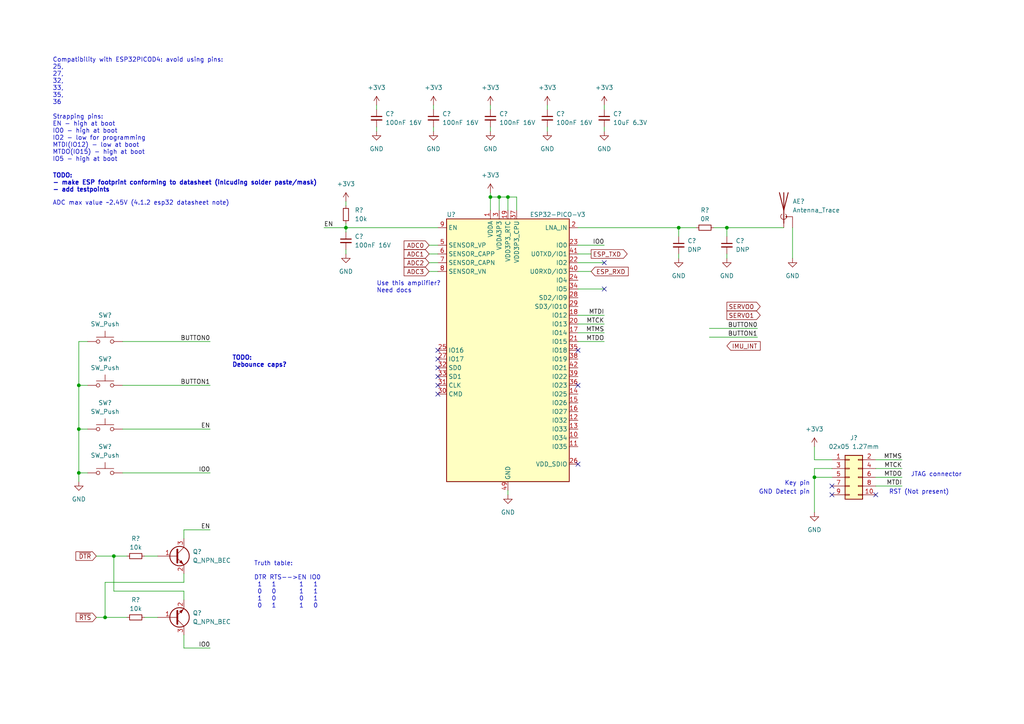
<source format=kicad_sch>
(kicad_sch (version 20211123) (generator eeschema)

  (uuid cc0c8be8-00a6-4232-9e67-09ba468070d4)

  (paper "A4")

  (lib_symbols
    (symbol "Connector_Generic:Conn_02x05_Odd_Even" (pin_names (offset 1.016) hide) (in_bom yes) (on_board yes)
      (property "Reference" "J" (id 0) (at 1.27 7.62 0)
        (effects (font (size 1.27 1.27)))
      )
      (property "Value" "Conn_02x05_Odd_Even" (id 1) (at 1.27 -7.62 0)
        (effects (font (size 1.27 1.27)))
      )
      (property "Footprint" "" (id 2) (at 0 0 0)
        (effects (font (size 1.27 1.27)) hide)
      )
      (property "Datasheet" "~" (id 3) (at 0 0 0)
        (effects (font (size 1.27 1.27)) hide)
      )
      (property "ki_keywords" "connector" (id 4) (at 0 0 0)
        (effects (font (size 1.27 1.27)) hide)
      )
      (property "ki_description" "Generic connector, double row, 02x05, odd/even pin numbering scheme (row 1 odd numbers, row 2 even numbers), script generated (kicad-library-utils/schlib/autogen/connector/)" (id 5) (at 0 0 0)
        (effects (font (size 1.27 1.27)) hide)
      )
      (property "ki_fp_filters" "Connector*:*_2x??_*" (id 6) (at 0 0 0)
        (effects (font (size 1.27 1.27)) hide)
      )
      (symbol "Conn_02x05_Odd_Even_1_1"
        (rectangle (start -1.27 -4.953) (end 0 -5.207)
          (stroke (width 0.1524) (type default) (color 0 0 0 0))
          (fill (type none))
        )
        (rectangle (start -1.27 -2.413) (end 0 -2.667)
          (stroke (width 0.1524) (type default) (color 0 0 0 0))
          (fill (type none))
        )
        (rectangle (start -1.27 0.127) (end 0 -0.127)
          (stroke (width 0.1524) (type default) (color 0 0 0 0))
          (fill (type none))
        )
        (rectangle (start -1.27 2.667) (end 0 2.413)
          (stroke (width 0.1524) (type default) (color 0 0 0 0))
          (fill (type none))
        )
        (rectangle (start -1.27 5.207) (end 0 4.953)
          (stroke (width 0.1524) (type default) (color 0 0 0 0))
          (fill (type none))
        )
        (rectangle (start -1.27 6.35) (end 3.81 -6.35)
          (stroke (width 0.254) (type default) (color 0 0 0 0))
          (fill (type background))
        )
        (rectangle (start 3.81 -4.953) (end 2.54 -5.207)
          (stroke (width 0.1524) (type default) (color 0 0 0 0))
          (fill (type none))
        )
        (rectangle (start 3.81 -2.413) (end 2.54 -2.667)
          (stroke (width 0.1524) (type default) (color 0 0 0 0))
          (fill (type none))
        )
        (rectangle (start 3.81 0.127) (end 2.54 -0.127)
          (stroke (width 0.1524) (type default) (color 0 0 0 0))
          (fill (type none))
        )
        (rectangle (start 3.81 2.667) (end 2.54 2.413)
          (stroke (width 0.1524) (type default) (color 0 0 0 0))
          (fill (type none))
        )
        (rectangle (start 3.81 5.207) (end 2.54 4.953)
          (stroke (width 0.1524) (type default) (color 0 0 0 0))
          (fill (type none))
        )
        (pin passive line (at -5.08 5.08 0) (length 3.81)
          (name "Pin_1" (effects (font (size 1.27 1.27))))
          (number "1" (effects (font (size 1.27 1.27))))
        )
        (pin passive line (at 7.62 -5.08 180) (length 3.81)
          (name "Pin_10" (effects (font (size 1.27 1.27))))
          (number "10" (effects (font (size 1.27 1.27))))
        )
        (pin passive line (at 7.62 5.08 180) (length 3.81)
          (name "Pin_2" (effects (font (size 1.27 1.27))))
          (number "2" (effects (font (size 1.27 1.27))))
        )
        (pin passive line (at -5.08 2.54 0) (length 3.81)
          (name "Pin_3" (effects (font (size 1.27 1.27))))
          (number "3" (effects (font (size 1.27 1.27))))
        )
        (pin passive line (at 7.62 2.54 180) (length 3.81)
          (name "Pin_4" (effects (font (size 1.27 1.27))))
          (number "4" (effects (font (size 1.27 1.27))))
        )
        (pin passive line (at -5.08 0 0) (length 3.81)
          (name "Pin_5" (effects (font (size 1.27 1.27))))
          (number "5" (effects (font (size 1.27 1.27))))
        )
        (pin passive line (at 7.62 0 180) (length 3.81)
          (name "Pin_6" (effects (font (size 1.27 1.27))))
          (number "6" (effects (font (size 1.27 1.27))))
        )
        (pin passive line (at -5.08 -2.54 0) (length 3.81)
          (name "Pin_7" (effects (font (size 1.27 1.27))))
          (number "7" (effects (font (size 1.27 1.27))))
        )
        (pin passive line (at 7.62 -2.54 180) (length 3.81)
          (name "Pin_8" (effects (font (size 1.27 1.27))))
          (number "8" (effects (font (size 1.27 1.27))))
        )
        (pin passive line (at -5.08 -5.08 0) (length 3.81)
          (name "Pin_9" (effects (font (size 1.27 1.27))))
          (number "9" (effects (font (size 1.27 1.27))))
        )
      )
    )
    (symbol "Device:Antenna_Shield" (pin_numbers hide) (pin_names (offset 1.016) hide) (in_bom yes) (on_board yes)
      (property "Reference" "AE" (id 0) (at -1.905 4.445 0)
        (effects (font (size 1.27 1.27)) (justify right))
      )
      (property "Value" "Antenna_Shield" (id 1) (at -1.905 2.54 0)
        (effects (font (size 1.27 1.27)) (justify right))
      )
      (property "Footprint" "" (id 2) (at 0 2.54 0)
        (effects (font (size 1.27 1.27)) hide)
      )
      (property "Datasheet" "~" (id 3) (at 0 2.54 0)
        (effects (font (size 1.27 1.27)) hide)
      )
      (property "ki_keywords" "antenna" (id 4) (at 0 0 0)
        (effects (font (size 1.27 1.27)) hide)
      )
      (property "ki_description" "Antenna with extra pin for shielding" (id 5) (at 0 0 0)
        (effects (font (size 1.27 1.27)) hide)
      )
      (symbol "Antenna_Shield_0_1"
        (arc (start -0.508 -1.143) (mid -0.8429 -2.1194) (end 0 -2.667)
          (stroke (width 0) (type default) (color 0 0 0 0))
          (fill (type none))
        )
        (arc (start 0 -2.667) (mid 0.7989 -2.1052) (end 0.508 -1.143)
          (stroke (width 0) (type default) (color 0 0 0 0))
          (fill (type none))
        )
        (polyline
          (pts
            (xy 0 -2.54)
            (xy 0 0)
          )
          (stroke (width 0) (type default) (color 0 0 0 0))
          (fill (type none))
        )
        (polyline
          (pts
            (xy 0 5.08)
            (xy 0 -3.81)
          )
          (stroke (width 0.254) (type default) (color 0 0 0 0))
          (fill (type none))
        )
        (polyline
          (pts
            (xy 0.762 -1.905)
            (xy 2.54 -1.905)
          )
          (stroke (width 0) (type default) (color 0 0 0 0))
          (fill (type none))
        )
        (polyline
          (pts
            (xy 2.54 -2.54)
            (xy 2.54 -1.905)
          )
          (stroke (width 0) (type default) (color 0 0 0 0))
          (fill (type none))
        )
        (polyline
          (pts
            (xy 1.27 5.08)
            (xy 0 0)
            (xy -1.27 5.08)
          )
          (stroke (width 0.254) (type default) (color 0 0 0 0))
          (fill (type none))
        )
        (circle (center 0.762 -1.905) (radius 0.1778)
          (stroke (width 0) (type default) (color 0 0 0 0))
          (fill (type outline))
        )
      )
      (symbol "Antenna_Shield_1_1"
        (pin input line (at 0 -5.08 90) (length 2.54)
          (name "A" (effects (font (size 1.27 1.27))))
          (number "1" (effects (font (size 1.27 1.27))))
        )
        (pin input line (at 2.54 -5.08 90) (length 2.54)
          (name "Shield" (effects (font (size 1.27 1.27))))
          (number "2" (effects (font (size 1.27 1.27))))
        )
      )
    )
    (symbol "Device:C_Small" (pin_numbers hide) (pin_names (offset 0.254) hide) (in_bom yes) (on_board yes)
      (property "Reference" "C" (id 0) (at 0.254 1.778 0)
        (effects (font (size 1.27 1.27)) (justify left))
      )
      (property "Value" "C_Small" (id 1) (at 0.254 -2.032 0)
        (effects (font (size 1.27 1.27)) (justify left))
      )
      (property "Footprint" "" (id 2) (at 0 0 0)
        (effects (font (size 1.27 1.27)) hide)
      )
      (property "Datasheet" "~" (id 3) (at 0 0 0)
        (effects (font (size 1.27 1.27)) hide)
      )
      (property "ki_keywords" "capacitor cap" (id 4) (at 0 0 0)
        (effects (font (size 1.27 1.27)) hide)
      )
      (property "ki_description" "Unpolarized capacitor, small symbol" (id 5) (at 0 0 0)
        (effects (font (size 1.27 1.27)) hide)
      )
      (property "ki_fp_filters" "C_*" (id 6) (at 0 0 0)
        (effects (font (size 1.27 1.27)) hide)
      )
      (symbol "C_Small_0_1"
        (polyline
          (pts
            (xy -1.524 -0.508)
            (xy 1.524 -0.508)
          )
          (stroke (width 0.3302) (type default) (color 0 0 0 0))
          (fill (type none))
        )
        (polyline
          (pts
            (xy -1.524 0.508)
            (xy 1.524 0.508)
          )
          (stroke (width 0.3048) (type default) (color 0 0 0 0))
          (fill (type none))
        )
      )
      (symbol "C_Small_1_1"
        (pin passive line (at 0 2.54 270) (length 2.032)
          (name "~" (effects (font (size 1.27 1.27))))
          (number "1" (effects (font (size 1.27 1.27))))
        )
        (pin passive line (at 0 -2.54 90) (length 2.032)
          (name "~" (effects (font (size 1.27 1.27))))
          (number "2" (effects (font (size 1.27 1.27))))
        )
      )
    )
    (symbol "Device:Q_NPN_BEC" (pin_names (offset 0) hide) (in_bom yes) (on_board yes)
      (property "Reference" "Q" (id 0) (at 5.08 1.27 0)
        (effects (font (size 1.27 1.27)) (justify left))
      )
      (property "Value" "Q_NPN_BEC" (id 1) (at 5.08 -1.27 0)
        (effects (font (size 1.27 1.27)) (justify left))
      )
      (property "Footprint" "" (id 2) (at 5.08 2.54 0)
        (effects (font (size 1.27 1.27)) hide)
      )
      (property "Datasheet" "~" (id 3) (at 0 0 0)
        (effects (font (size 1.27 1.27)) hide)
      )
      (property "ki_keywords" "transistor NPN" (id 4) (at 0 0 0)
        (effects (font (size 1.27 1.27)) hide)
      )
      (property "ki_description" "NPN transistor, base/emitter/collector" (id 5) (at 0 0 0)
        (effects (font (size 1.27 1.27)) hide)
      )
      (symbol "Q_NPN_BEC_0_1"
        (polyline
          (pts
            (xy 0.635 0.635)
            (xy 2.54 2.54)
          )
          (stroke (width 0) (type default) (color 0 0 0 0))
          (fill (type none))
        )
        (polyline
          (pts
            (xy 0.635 -0.635)
            (xy 2.54 -2.54)
            (xy 2.54 -2.54)
          )
          (stroke (width 0) (type default) (color 0 0 0 0))
          (fill (type none))
        )
        (polyline
          (pts
            (xy 0.635 1.905)
            (xy 0.635 -1.905)
            (xy 0.635 -1.905)
          )
          (stroke (width 0.508) (type default) (color 0 0 0 0))
          (fill (type none))
        )
        (polyline
          (pts
            (xy 1.27 -1.778)
            (xy 1.778 -1.27)
            (xy 2.286 -2.286)
            (xy 1.27 -1.778)
            (xy 1.27 -1.778)
          )
          (stroke (width 0) (type default) (color 0 0 0 0))
          (fill (type outline))
        )
        (circle (center 1.27 0) (radius 2.8194)
          (stroke (width 0.254) (type default) (color 0 0 0 0))
          (fill (type none))
        )
      )
      (symbol "Q_NPN_BEC_1_1"
        (pin input line (at -5.08 0 0) (length 5.715)
          (name "B" (effects (font (size 1.27 1.27))))
          (number "1" (effects (font (size 1.27 1.27))))
        )
        (pin passive line (at 2.54 -5.08 90) (length 2.54)
          (name "E" (effects (font (size 1.27 1.27))))
          (number "2" (effects (font (size 1.27 1.27))))
        )
        (pin passive line (at 2.54 5.08 270) (length 2.54)
          (name "C" (effects (font (size 1.27 1.27))))
          (number "3" (effects (font (size 1.27 1.27))))
        )
      )
    )
    (symbol "Device:R_Small" (pin_numbers hide) (pin_names (offset 0.254) hide) (in_bom yes) (on_board yes)
      (property "Reference" "R" (id 0) (at 0.762 0.508 0)
        (effects (font (size 1.27 1.27)) (justify left))
      )
      (property "Value" "R_Small" (id 1) (at 0.762 -1.016 0)
        (effects (font (size 1.27 1.27)) (justify left))
      )
      (property "Footprint" "" (id 2) (at 0 0 0)
        (effects (font (size 1.27 1.27)) hide)
      )
      (property "Datasheet" "~" (id 3) (at 0 0 0)
        (effects (font (size 1.27 1.27)) hide)
      )
      (property "ki_keywords" "R resistor" (id 4) (at 0 0 0)
        (effects (font (size 1.27 1.27)) hide)
      )
      (property "ki_description" "Resistor, small symbol" (id 5) (at 0 0 0)
        (effects (font (size 1.27 1.27)) hide)
      )
      (property "ki_fp_filters" "R_*" (id 6) (at 0 0 0)
        (effects (font (size 1.27 1.27)) hide)
      )
      (symbol "R_Small_0_1"
        (rectangle (start -0.762 1.778) (end 0.762 -1.778)
          (stroke (width 0.2032) (type default) (color 0 0 0 0))
          (fill (type none))
        )
      )
      (symbol "R_Small_1_1"
        (pin passive line (at 0 2.54 270) (length 0.762)
          (name "~" (effects (font (size 1.27 1.27))))
          (number "1" (effects (font (size 1.27 1.27))))
        )
        (pin passive line (at 0 -2.54 90) (length 0.762)
          (name "~" (effects (font (size 1.27 1.27))))
          (number "2" (effects (font (size 1.27 1.27))))
        )
      )
    )
    (symbol "RF_Module:ESP32-PICO-D4" (in_bom yes) (on_board yes)
      (property "Reference" "U" (id 0) (at -17.78 39.37 0)
        (effects (font (size 1.27 1.27)) (justify left))
      )
      (property "Value" "ESP32-PICO-D4" (id 1) (at 3.81 39.37 0)
        (effects (font (size 1.27 1.27)) (justify left))
      )
      (property "Footprint" "Package_DFN_QFN:QFN-48-1EP_7x7mm_P0.5mm_EP5.3x5.3mm" (id 2) (at 0 -43.18 0)
        (effects (font (size 1.27 1.27)) hide)
      )
      (property "Datasheet" "https://www.espressif.com/sites/default/files/documentation/esp32-pico-d4_datasheet_en.pdf" (id 3) (at 6.35 -25.4 0)
        (effects (font (size 1.27 1.27)) hide)
      )
      (property "ki_keywords" "RF Radio BT ESP ESP32 Espressif external antenna" (id 4) (at 0 0 0)
        (effects (font (size 1.27 1.27)) hide)
      )
      (property "ki_description" "RF Module, ESP32 SoC, Wi-Fi 802.11b/g/n, Bluetooth, BLE, 32-bit, 2.7-3.6V, external antenna, QFN-48" (id 5) (at 0 0 0)
        (effects (font (size 1.27 1.27)) hide)
      )
      (property "ki_fp_filters" "QFN*1EP*7x7mm*P0.5mm*" (id 6) (at 0 0 0)
        (effects (font (size 1.27 1.27)) hide)
      )
      (symbol "ESP32-PICO-D4_0_0"
        (pin power_in line (at -5.08 40.64 270) (length 2.54)
          (name "VDDA" (effects (font (size 1.27 1.27))))
          (number "1" (effects (font (size 1.27 1.27))))
        )
        (pin input line (at 20.32 -25.4 180) (length 2.54)
          (name "IO34" (effects (font (size 1.27 1.27))))
          (number "10" (effects (font (size 1.27 1.27))))
        )
        (pin input line (at 20.32 -27.94 180) (length 2.54)
          (name "IO35" (effects (font (size 1.27 1.27))))
          (number "11" (effects (font (size 1.27 1.27))))
        )
        (pin bidirectional line (at 20.32 -20.32 180) (length 2.54)
          (name "IO32" (effects (font (size 1.27 1.27))))
          (number "12" (effects (font (size 1.27 1.27))))
        )
        (pin bidirectional line (at 20.32 -22.86 180) (length 2.54)
          (name "IO33" (effects (font (size 1.27 1.27))))
          (number "13" (effects (font (size 1.27 1.27))))
        )
        (pin bidirectional line (at 20.32 -12.7 180) (length 2.54)
          (name "IO25" (effects (font (size 1.27 1.27))))
          (number "14" (effects (font (size 1.27 1.27))))
        )
        (pin bidirectional line (at 20.32 -15.24 180) (length 2.54)
          (name "IO26" (effects (font (size 1.27 1.27))))
          (number "15" (effects (font (size 1.27 1.27))))
        )
        (pin bidirectional line (at 20.32 -17.78 180) (length 2.54)
          (name "IO27" (effects (font (size 1.27 1.27))))
          (number "16" (effects (font (size 1.27 1.27))))
        )
        (pin bidirectional line (at 20.32 5.08 180) (length 2.54)
          (name "IO14" (effects (font (size 1.27 1.27))))
          (number "17" (effects (font (size 1.27 1.27))))
        )
        (pin bidirectional line (at 20.32 10.16 180) (length 2.54)
          (name "IO12" (effects (font (size 1.27 1.27))))
          (number "18" (effects (font (size 1.27 1.27))))
        )
        (pin power_in line (at 0 40.64 270) (length 2.54)
          (name "VDD3P3_RTC" (effects (font (size 1.27 1.27))))
          (number "19" (effects (font (size 1.27 1.27))))
        )
        (pin bidirectional line (at 20.32 35.56 180) (length 2.54)
          (name "LNA_IN" (effects (font (size 1.27 1.27))))
          (number "2" (effects (font (size 1.27 1.27))))
        )
        (pin bidirectional line (at 20.32 7.62 180) (length 2.54)
          (name "IO13" (effects (font (size 1.27 1.27))))
          (number "20" (effects (font (size 1.27 1.27))))
        )
        (pin bidirectional line (at 20.32 2.54 180) (length 2.54)
          (name "IO15" (effects (font (size 1.27 1.27))))
          (number "21" (effects (font (size 1.27 1.27))))
        )
        (pin bidirectional line (at 20.32 25.4 180) (length 2.54)
          (name "IO2" (effects (font (size 1.27 1.27))))
          (number "22" (effects (font (size 1.27 1.27))))
        )
        (pin bidirectional line (at 20.32 30.48 180) (length 2.54)
          (name "IO0" (effects (font (size 1.27 1.27))))
          (number "23" (effects (font (size 1.27 1.27))))
        )
        (pin bidirectional line (at 20.32 20.32 180) (length 2.54)
          (name "IO4" (effects (font (size 1.27 1.27))))
          (number "24" (effects (font (size 1.27 1.27))))
        )
        (pin bidirectional line (at -20.32 0 0) (length 2.54)
          (name "IO16" (effects (font (size 1.27 1.27))))
          (number "25" (effects (font (size 1.27 1.27))))
        )
        (pin power_out line (at 20.32 -33.02 180) (length 2.54)
          (name "VDD_SDIO" (effects (font (size 1.27 1.27))))
          (number "26" (effects (font (size 1.27 1.27))))
        )
        (pin bidirectional line (at -20.32 -2.54 0) (length 2.54)
          (name "IO17" (effects (font (size 1.27 1.27))))
          (number "27" (effects (font (size 1.27 1.27))))
        )
        (pin bidirectional line (at 20.32 15.24 180) (length 2.54)
          (name "SD2/IO9" (effects (font (size 1.27 1.27))))
          (number "28" (effects (font (size 1.27 1.27))))
        )
        (pin bidirectional line (at 20.32 12.7 180) (length 2.54)
          (name "SD3/IO10" (effects (font (size 1.27 1.27))))
          (number "29" (effects (font (size 1.27 1.27))))
        )
        (pin power_in line (at -2.54 40.64 270) (length 2.54)
          (name "VDDA3P3" (effects (font (size 1.27 1.27))))
          (number "3" (effects (font (size 1.27 1.27))))
        )
        (pin bidirectional line (at -20.32 -12.7 0) (length 2.54)
          (name "CMD" (effects (font (size 1.27 1.27))))
          (number "30" (effects (font (size 1.27 1.27))))
        )
        (pin bidirectional line (at -20.32 -10.16 0) (length 2.54)
          (name "CLK" (effects (font (size 1.27 1.27))))
          (number "31" (effects (font (size 1.27 1.27))))
        )
        (pin bidirectional line (at -20.32 -5.08 0) (length 2.54)
          (name "SD0" (effects (font (size 1.27 1.27))))
          (number "32" (effects (font (size 1.27 1.27))))
        )
        (pin bidirectional line (at -20.32 -7.62 0) (length 2.54)
          (name "SD1" (effects (font (size 1.27 1.27))))
          (number "33" (effects (font (size 1.27 1.27))))
        )
        (pin bidirectional line (at 20.32 17.78 180) (length 2.54)
          (name "IO5" (effects (font (size 1.27 1.27))))
          (number "34" (effects (font (size 1.27 1.27))))
        )
        (pin bidirectional line (at 20.32 0 180) (length 2.54)
          (name "IO18" (effects (font (size 1.27 1.27))))
          (number "35" (effects (font (size 1.27 1.27))))
        )
        (pin bidirectional line (at 20.32 -10.16 180) (length 2.54)
          (name "IO23" (effects (font (size 1.27 1.27))))
          (number "36" (effects (font (size 1.27 1.27))))
        )
        (pin power_in line (at 2.54 40.64 270) (length 2.54)
          (name "VDD3P3_CPU" (effects (font (size 1.27 1.27))))
          (number "37" (effects (font (size 1.27 1.27))))
        )
        (pin bidirectional line (at 20.32 -2.54 180) (length 2.54)
          (name "IO19" (effects (font (size 1.27 1.27))))
          (number "38" (effects (font (size 1.27 1.27))))
        )
        (pin bidirectional line (at 20.32 -7.62 180) (length 2.54)
          (name "IO22" (effects (font (size 1.27 1.27))))
          (number "39" (effects (font (size 1.27 1.27))))
        )
        (pin passive line (at -2.54 40.64 270) (length 2.54) hide
          (name "VDDA3P3" (effects (font (size 1.27 1.27))))
          (number "4" (effects (font (size 1.27 1.27))))
        )
        (pin bidirectional line (at 20.32 22.86 180) (length 2.54)
          (name "U0RXD/IO3" (effects (font (size 1.27 1.27))))
          (number "40" (effects (font (size 1.27 1.27))))
        )
        (pin bidirectional line (at 20.32 27.94 180) (length 2.54)
          (name "U0TXD/IO1" (effects (font (size 1.27 1.27))))
          (number "41" (effects (font (size 1.27 1.27))))
        )
        (pin bidirectional line (at 20.32 -5.08 180) (length 2.54)
          (name "IO21" (effects (font (size 1.27 1.27))))
          (number "42" (effects (font (size 1.27 1.27))))
        )
        (pin passive line (at -5.08 40.64 270) (length 2.54) hide
          (name "VDDA" (effects (font (size 1.27 1.27))))
          (number "43" (effects (font (size 1.27 1.27))))
        )
        (pin no_connect line (at -17.78 -25.4 0) (length 2.54) hide
          (name "XTAL_N_NC" (effects (font (size 1.27 1.27))))
          (number "44" (effects (font (size 1.27 1.27))))
        )
        (pin no_connect line (at -17.78 -27.94 0) (length 2.54) hide
          (name "XTAL_P_NC" (effects (font (size 1.27 1.27))))
          (number "45" (effects (font (size 1.27 1.27))))
        )
        (pin passive line (at -5.08 40.64 270) (length 2.54) hide
          (name "VDDA" (effects (font (size 1.27 1.27))))
          (number "46" (effects (font (size 1.27 1.27))))
        )
        (pin no_connect line (at -17.78 -30.48 0) (length 2.54) hide
          (name "CAP2_NC" (effects (font (size 1.27 1.27))))
          (number "47" (effects (font (size 1.27 1.27))))
        )
        (pin no_connect line (at -17.78 -33.02 0) (length 2.54) hide
          (name "CAP1_NC" (effects (font (size 1.27 1.27))))
          (number "48" (effects (font (size 1.27 1.27))))
        )
        (pin power_in line (at 0 -40.64 90) (length 2.54)
          (name "GND" (effects (font (size 1.27 1.27))))
          (number "49" (effects (font (size 1.27 1.27))))
        )
        (pin input line (at -20.32 30.48 0) (length 2.54)
          (name "SENSOR_VP" (effects (font (size 1.27 1.27))))
          (number "5" (effects (font (size 1.27 1.27))))
        )
        (pin input line (at -20.32 27.94 0) (length 2.54)
          (name "SENSOR_CAPP" (effects (font (size 1.27 1.27))))
          (number "6" (effects (font (size 1.27 1.27))))
        )
        (pin input line (at -20.32 25.4 0) (length 2.54)
          (name "SENSOR_CAPN" (effects (font (size 1.27 1.27))))
          (number "7" (effects (font (size 1.27 1.27))))
        )
        (pin input line (at -20.32 22.86 0) (length 2.54)
          (name "SENSOR_VN" (effects (font (size 1.27 1.27))))
          (number "8" (effects (font (size 1.27 1.27))))
        )
        (pin input line (at -20.32 35.56 0) (length 2.54)
          (name "EN" (effects (font (size 1.27 1.27))))
          (number "9" (effects (font (size 1.27 1.27))))
        )
      )
      (symbol "ESP32-PICO-D4_0_1"
        (rectangle (start -17.78 38.1) (end 17.78 -38.1)
          (stroke (width 0.254) (type default) (color 0 0 0 0))
          (fill (type background))
        )
      )
    )
    (symbol "Switch:SW_Push" (pin_numbers hide) (pin_names (offset 1.016) hide) (in_bom yes) (on_board yes)
      (property "Reference" "SW" (id 0) (at 1.27 2.54 0)
        (effects (font (size 1.27 1.27)) (justify left))
      )
      (property "Value" "SW_Push" (id 1) (at 0 -1.524 0)
        (effects (font (size 1.27 1.27)))
      )
      (property "Footprint" "" (id 2) (at 0 5.08 0)
        (effects (font (size 1.27 1.27)) hide)
      )
      (property "Datasheet" "~" (id 3) (at 0 5.08 0)
        (effects (font (size 1.27 1.27)) hide)
      )
      (property "ki_keywords" "switch normally-open pushbutton push-button" (id 4) (at 0 0 0)
        (effects (font (size 1.27 1.27)) hide)
      )
      (property "ki_description" "Push button switch, generic, two pins" (id 5) (at 0 0 0)
        (effects (font (size 1.27 1.27)) hide)
      )
      (symbol "SW_Push_0_1"
        (circle (center -2.032 0) (radius 0.508)
          (stroke (width 0) (type default) (color 0 0 0 0))
          (fill (type none))
        )
        (polyline
          (pts
            (xy 0 1.27)
            (xy 0 3.048)
          )
          (stroke (width 0) (type default) (color 0 0 0 0))
          (fill (type none))
        )
        (polyline
          (pts
            (xy 2.54 1.27)
            (xy -2.54 1.27)
          )
          (stroke (width 0) (type default) (color 0 0 0 0))
          (fill (type none))
        )
        (circle (center 2.032 0) (radius 0.508)
          (stroke (width 0) (type default) (color 0 0 0 0))
          (fill (type none))
        )
        (pin passive line (at -5.08 0 0) (length 2.54)
          (name "1" (effects (font (size 1.27 1.27))))
          (number "1" (effects (font (size 1.27 1.27))))
        )
        (pin passive line (at 5.08 0 180) (length 2.54)
          (name "2" (effects (font (size 1.27 1.27))))
          (number "2" (effects (font (size 1.27 1.27))))
        )
      )
    )
    (symbol "power:+3V3" (power) (pin_names (offset 0)) (in_bom yes) (on_board yes)
      (property "Reference" "#PWR" (id 0) (at 0 -3.81 0)
        (effects (font (size 1.27 1.27)) hide)
      )
      (property "Value" "+3V3" (id 1) (at 0 3.556 0)
        (effects (font (size 1.27 1.27)))
      )
      (property "Footprint" "" (id 2) (at 0 0 0)
        (effects (font (size 1.27 1.27)) hide)
      )
      (property "Datasheet" "" (id 3) (at 0 0 0)
        (effects (font (size 1.27 1.27)) hide)
      )
      (property "ki_keywords" "power-flag" (id 4) (at 0 0 0)
        (effects (font (size 1.27 1.27)) hide)
      )
      (property "ki_description" "Power symbol creates a global label with name \"+3V3\"" (id 5) (at 0 0 0)
        (effects (font (size 1.27 1.27)) hide)
      )
      (symbol "+3V3_0_1"
        (polyline
          (pts
            (xy -0.762 1.27)
            (xy 0 2.54)
          )
          (stroke (width 0) (type default) (color 0 0 0 0))
          (fill (type none))
        )
        (polyline
          (pts
            (xy 0 0)
            (xy 0 2.54)
          )
          (stroke (width 0) (type default) (color 0 0 0 0))
          (fill (type none))
        )
        (polyline
          (pts
            (xy 0 2.54)
            (xy 0.762 1.27)
          )
          (stroke (width 0) (type default) (color 0 0 0 0))
          (fill (type none))
        )
      )
      (symbol "+3V3_1_1"
        (pin power_in line (at 0 0 90) (length 0) hide
          (name "+3V3" (effects (font (size 1.27 1.27))))
          (number "1" (effects (font (size 1.27 1.27))))
        )
      )
    )
    (symbol "power:GND" (power) (pin_names (offset 0)) (in_bom yes) (on_board yes)
      (property "Reference" "#PWR" (id 0) (at 0 -6.35 0)
        (effects (font (size 1.27 1.27)) hide)
      )
      (property "Value" "GND" (id 1) (at 0 -3.81 0)
        (effects (font (size 1.27 1.27)))
      )
      (property "Footprint" "" (id 2) (at 0 0 0)
        (effects (font (size 1.27 1.27)) hide)
      )
      (property "Datasheet" "" (id 3) (at 0 0 0)
        (effects (font (size 1.27 1.27)) hide)
      )
      (property "ki_keywords" "power-flag" (id 4) (at 0 0 0)
        (effects (font (size 1.27 1.27)) hide)
      )
      (property "ki_description" "Power symbol creates a global label with name \"GND\" , ground" (id 5) (at 0 0 0)
        (effects (font (size 1.27 1.27)) hide)
      )
      (symbol "GND_0_1"
        (polyline
          (pts
            (xy 0 0)
            (xy 0 -1.27)
            (xy 1.27 -1.27)
            (xy 0 -2.54)
            (xy -1.27 -1.27)
            (xy 0 -1.27)
          )
          (stroke (width 0) (type default) (color 0 0 0 0))
          (fill (type none))
        )
      )
      (symbol "GND_1_1"
        (pin power_in line (at 0 0 270) (length 0) hide
          (name "GND" (effects (font (size 1.27 1.27))))
          (number "1" (effects (font (size 1.27 1.27))))
        )
      )
    )
  )

  (junction (at 30.48 179.07) (diameter 0) (color 0 0 0 0)
    (uuid 008d8fd5-48a8-4f9e-ba12-6939d85bf821)
  )
  (junction (at 100.33 66.04) (diameter 0) (color 0 0 0 0)
    (uuid 017f60e9-d0a4-406c-aaad-78a4a257ab6c)
  )
  (junction (at 210.82 66.04) (diameter 0) (color 0 0 0 0)
    (uuid 0ba10b73-bc9c-4b2b-bdba-4735b14c8a85)
  )
  (junction (at 236.22 138.43) (diameter 0) (color 0 0 0 0)
    (uuid 1e4fdf8b-9c40-4006-ba9b-18a73f1b595d)
  )
  (junction (at 22.86 124.46) (diameter 0) (color 0 0 0 0)
    (uuid 34987d65-1538-4d9e-9c74-68a264bba265)
  )
  (junction (at 142.24 57.15) (diameter 0) (color 0 0 0 0)
    (uuid 8f7fc0ce-e7e5-4302-89ca-8f544b967498)
  )
  (junction (at 22.86 111.76) (diameter 0) (color 0 0 0 0)
    (uuid a29df47f-18f2-413a-93b0-8ff4aaf3b2db)
  )
  (junction (at 33.02 161.29) (diameter 0) (color 0 0 0 0)
    (uuid a3076d69-8135-4659-8512-7deb84886423)
  )
  (junction (at 196.85 66.04) (diameter 0) (color 0 0 0 0)
    (uuid cebfef19-3369-4dfe-9d81-1643ddfcdc78)
  )
  (junction (at 144.78 57.15) (diameter 0) (color 0 0 0 0)
    (uuid cec6a95f-d20a-416a-8bb0-4c29e0cea483)
  )
  (junction (at 22.86 137.16) (diameter 0) (color 0 0 0 0)
    (uuid dbf2e797-249d-4776-a6d3-4c8cf2926b67)
  )
  (junction (at 147.32 57.15) (diameter 0) (color 0 0 0 0)
    (uuid f17ab9e9-b35b-485f-a2df-f6ce79893746)
  )

  (no_connect (at 167.64 111.76) (uuid 03859f24-a3a9-478f-8add-4a9bd10be9ef))
  (no_connect (at 167.64 101.6) (uuid 03859f24-a3a9-478f-8add-4a9bd10be9f0))
  (no_connect (at 127 106.68) (uuid 03859f24-a3a9-478f-8add-4a9bd10be9f1))
  (no_connect (at 127 101.6) (uuid 03859f24-a3a9-478f-8add-4a9bd10be9f2))
  (no_connect (at 127 109.22) (uuid 03859f24-a3a9-478f-8add-4a9bd10be9f3))
  (no_connect (at 127 104.14) (uuid 03859f24-a3a9-478f-8add-4a9bd10be9f4))
  (no_connect (at 127 114.3) (uuid 067e231f-6f04-4e70-a0dd-31268d268bc7))
  (no_connect (at 167.64 134.62) (uuid 092da172-f36f-4f8d-a580-3fb3c1b0b6b7))
  (no_connect (at 175.26 76.2) (uuid 1ece39ac-ab5b-4207-9223-ad96176a06c9))
  (no_connect (at 241.3 140.97) (uuid 8415827f-74a2-48ac-a4ec-fd54bf332933))
  (no_connect (at 254 143.51) (uuid 852954fa-337c-41e4-9aa1-c8f20a371344))
  (no_connect (at 175.26 83.82) (uuid c811bf45-d01a-482f-b5fc-d109b30f0cf0))
  (no_connect (at 241.3 143.51) (uuid e13891db-6a6d-41ba-afa8-355fbc08a34b))
  (no_connect (at 127 111.76) (uuid eac3ca95-8cbb-4eb5-a0a6-a8d8d6dbae45))

  (wire (pts (xy 196.85 68.58) (xy 196.85 66.04))
    (stroke (width 0) (type default) (color 0 0 0 0))
    (uuid 062e6adb-6108-4e22-a135-f5a96e1bc200)
  )
  (wire (pts (xy 30.48 168.91) (xy 30.48 179.07))
    (stroke (width 0) (type default) (color 0 0 0 0))
    (uuid 06a17a80-9ede-4a4c-b225-30dbe9924f88)
  )
  (wire (pts (xy 22.86 124.46) (xy 22.86 137.16))
    (stroke (width 0) (type default) (color 0 0 0 0))
    (uuid 082e887d-4515-4471-8a52-07cf15e519f0)
  )
  (wire (pts (xy 100.33 64.77) (xy 100.33 66.04))
    (stroke (width 0) (type default) (color 0 0 0 0))
    (uuid 0964a28a-8acc-46bb-8e95-f961b3891078)
  )
  (wire (pts (xy 25.4 124.46) (xy 22.86 124.46))
    (stroke (width 0) (type default) (color 0 0 0 0))
    (uuid 0a402b23-8270-43c3-a3bc-b32baf929eed)
  )
  (wire (pts (xy 142.24 57.15) (xy 142.24 60.96))
    (stroke (width 0) (type default) (color 0 0 0 0))
    (uuid 0e3e3e96-ad7f-4d0c-ae2f-813c1daf7cc1)
  )
  (wire (pts (xy 100.33 72.39) (xy 100.33 73.66))
    (stroke (width 0) (type default) (color 0 0 0 0))
    (uuid 10254436-d8b8-4db7-bf8e-9821b04c36bb)
  )
  (wire (pts (xy 53.34 156.21) (xy 53.34 153.67))
    (stroke (width 0) (type default) (color 0 0 0 0))
    (uuid 1303f020-3411-40cc-8aa4-3e1bf90b3416)
  )
  (wire (pts (xy 236.22 138.43) (xy 241.3 138.43))
    (stroke (width 0) (type default) (color 0 0 0 0))
    (uuid 15010e15-bdab-433b-872b-f6d1095572e7)
  )
  (wire (pts (xy 167.64 83.82) (xy 175.26 83.82))
    (stroke (width 0) (type default) (color 0 0 0 0))
    (uuid 15a9afff-1348-4679-abc3-eefa2d33ca84)
  )
  (wire (pts (xy 35.56 124.46) (xy 60.96 124.46))
    (stroke (width 0) (type default) (color 0 0 0 0))
    (uuid 1dee0e0e-7436-4811-a5bc-fd947278d588)
  )
  (wire (pts (xy 144.78 57.15) (xy 142.24 57.15))
    (stroke (width 0) (type default) (color 0 0 0 0))
    (uuid 2245398e-c8a1-4362-8931-0a28e9c854dd)
  )
  (wire (pts (xy 124.46 71.12) (xy 127 71.12))
    (stroke (width 0) (type default) (color 0 0 0 0))
    (uuid 2abc3403-f4ef-4543-ade3-b11d2d209394)
  )
  (wire (pts (xy 241.3 135.89) (xy 236.22 135.89))
    (stroke (width 0) (type default) (color 0 0 0 0))
    (uuid 2b150f9e-e154-4bbc-a1bf-219339fb6429)
  )
  (wire (pts (xy 144.78 60.96) (xy 144.78 57.15))
    (stroke (width 0) (type default) (color 0 0 0 0))
    (uuid 2bc082b1-a5b3-4d5b-9ddc-f32695b38fb4)
  )
  (wire (pts (xy 124.46 78.74) (xy 127 78.74))
    (stroke (width 0) (type default) (color 0 0 0 0))
    (uuid 2e0c02eb-3d0e-4faa-9c00-648dc9064c70)
  )
  (wire (pts (xy 254 138.43) (xy 261.62 138.43))
    (stroke (width 0) (type default) (color 0 0 0 0))
    (uuid 3465cf95-9e93-438f-8fcc-a33243898570)
  )
  (wire (pts (xy 127 66.04) (xy 100.33 66.04))
    (stroke (width 0) (type default) (color 0 0 0 0))
    (uuid 398a836d-3e36-4eb9-bc0c-c71594285d89)
  )
  (wire (pts (xy 254 140.97) (xy 261.62 140.97))
    (stroke (width 0) (type default) (color 0 0 0 0))
    (uuid 3b5ee8a3-7b2d-4080-95ed-daa65b1943b9)
  )
  (wire (pts (xy 210.82 66.04) (xy 227.33 66.04))
    (stroke (width 0) (type default) (color 0 0 0 0))
    (uuid 3c468965-b859-44c6-b050-f106ad1d8b6f)
  )
  (wire (pts (xy 175.26 36.83) (xy 175.26 38.1))
    (stroke (width 0) (type default) (color 0 0 0 0))
    (uuid 3f89f71a-cd9a-4330-89d8-8765b6f33d2e)
  )
  (wire (pts (xy 22.86 137.16) (xy 22.86 139.7))
    (stroke (width 0) (type default) (color 0 0 0 0))
    (uuid 42b4fe06-ad95-4900-a292-f3dfdb9b5021)
  )
  (wire (pts (xy 147.32 57.15) (xy 144.78 57.15))
    (stroke (width 0) (type default) (color 0 0 0 0))
    (uuid 4556e5de-3321-41e5-98d9-393fb8096f63)
  )
  (wire (pts (xy 149.86 60.96) (xy 149.86 57.15))
    (stroke (width 0) (type default) (color 0 0 0 0))
    (uuid 477c0eed-c10e-440d-90de-85e66ebc8228)
  )
  (wire (pts (xy 53.34 166.37) (xy 53.34 168.91))
    (stroke (width 0) (type default) (color 0 0 0 0))
    (uuid 47d2899b-7902-4740-8b2b-90235997a77d)
  )
  (wire (pts (xy 196.85 73.66) (xy 196.85 74.93))
    (stroke (width 0) (type default) (color 0 0 0 0))
    (uuid 4879310f-5177-4be1-9754-cfffbc175acf)
  )
  (wire (pts (xy 147.32 60.96) (xy 147.32 57.15))
    (stroke (width 0) (type default) (color 0 0 0 0))
    (uuid 4b2d2226-0ff2-43dc-bb74-bc48ac0f9cae)
  )
  (wire (pts (xy 254 135.89) (xy 261.62 135.89))
    (stroke (width 0) (type default) (color 0 0 0 0))
    (uuid 4de6274b-6e27-49f9-90c6-37115ee13daf)
  )
  (wire (pts (xy 236.22 129.54) (xy 236.22 133.35))
    (stroke (width 0) (type default) (color 0 0 0 0))
    (uuid 4e61d8d4-7a6a-4edc-b7de-7aa0764d9fb1)
  )
  (wire (pts (xy 124.46 73.66) (xy 127 73.66))
    (stroke (width 0) (type default) (color 0 0 0 0))
    (uuid 4f076e92-2a01-4cd0-91c4-e90d8abdb068)
  )
  (wire (pts (xy 53.34 153.67) (xy 60.96 153.67))
    (stroke (width 0) (type default) (color 0 0 0 0))
    (uuid 54da3a95-32f5-4b25-951f-f9ada820bec3)
  )
  (wire (pts (xy 147.32 142.24) (xy 147.32 143.51))
    (stroke (width 0) (type default) (color 0 0 0 0))
    (uuid 5562cdaf-2145-4080-a8c9-74c08132f952)
  )
  (wire (pts (xy 124.46 76.2) (xy 127 76.2))
    (stroke (width 0) (type default) (color 0 0 0 0))
    (uuid 5706fc51-7544-4ed0-87ac-2ebe1ea3a9d0)
  )
  (wire (pts (xy 167.64 66.04) (xy 196.85 66.04))
    (stroke (width 0) (type default) (color 0 0 0 0))
    (uuid 57ff0999-0638-4358-a15b-7e70b444208d)
  )
  (wire (pts (xy 22.86 111.76) (xy 22.86 124.46))
    (stroke (width 0) (type default) (color 0 0 0 0))
    (uuid 5aff772e-083e-48a7-8e6c-bee015a7267f)
  )
  (wire (pts (xy 100.33 58.42) (xy 100.33 59.69))
    (stroke (width 0) (type default) (color 0 0 0 0))
    (uuid 5b0784c7-637f-4b8a-bcef-6a93fb499527)
  )
  (wire (pts (xy 53.34 187.96) (xy 60.96 187.96))
    (stroke (width 0) (type default) (color 0 0 0 0))
    (uuid 5ce5b4c2-4e20-445e-8818-f00f7a8090bc)
  )
  (wire (pts (xy 158.75 30.48) (xy 158.75 31.75))
    (stroke (width 0) (type default) (color 0 0 0 0))
    (uuid 6ba2ebf1-e800-4b54-9abc-53276f53669f)
  )
  (wire (pts (xy 167.64 99.06) (xy 175.26 99.06))
    (stroke (width 0) (type default) (color 0 0 0 0))
    (uuid 6c139547-15dc-4bee-902f-541442682ea2)
  )
  (wire (pts (xy 207.01 66.04) (xy 210.82 66.04))
    (stroke (width 0) (type default) (color 0 0 0 0))
    (uuid 6c19d1ac-9281-4157-89c6-b22f657f9338)
  )
  (wire (pts (xy 53.34 184.15) (xy 53.34 187.96))
    (stroke (width 0) (type default) (color 0 0 0 0))
    (uuid 74f846fe-4739-41d8-a14e-24be4faeb37c)
  )
  (wire (pts (xy 142.24 36.83) (xy 142.24 38.1))
    (stroke (width 0) (type default) (color 0 0 0 0))
    (uuid 78009528-0fcb-4933-8562-c89cef01b557)
  )
  (wire (pts (xy 236.22 135.89) (xy 236.22 138.43))
    (stroke (width 0) (type default) (color 0 0 0 0))
    (uuid 78a2fb74-a74c-4581-9191-51c0857850cc)
  )
  (wire (pts (xy 125.73 30.48) (xy 125.73 31.75))
    (stroke (width 0) (type default) (color 0 0 0 0))
    (uuid 7ac3d528-6f2c-46cf-9b36-c2cf551d7a83)
  )
  (wire (pts (xy 196.85 66.04) (xy 201.93 66.04))
    (stroke (width 0) (type default) (color 0 0 0 0))
    (uuid 7b396421-35ee-459c-9538-735b92f3198d)
  )
  (wire (pts (xy 53.34 171.45) (xy 33.02 171.45))
    (stroke (width 0) (type default) (color 0 0 0 0))
    (uuid 871f4453-ff64-41ec-be29-3bcc3fd8dded)
  )
  (wire (pts (xy 100.33 66.04) (xy 100.33 67.31))
    (stroke (width 0) (type default) (color 0 0 0 0))
    (uuid 880297cf-5791-4bbf-a79b-4e93f4cb4657)
  )
  (wire (pts (xy 210.82 73.66) (xy 210.82 74.93))
    (stroke (width 0) (type default) (color 0 0 0 0))
    (uuid 8da4a621-277e-41ff-b0cc-3e1a785085f9)
  )
  (wire (pts (xy 167.64 96.52) (xy 175.26 96.52))
    (stroke (width 0) (type default) (color 0 0 0 0))
    (uuid 9453671f-c3a8-4010-92ff-bcf54b9ef362)
  )
  (wire (pts (xy 158.75 36.83) (xy 158.75 38.1))
    (stroke (width 0) (type default) (color 0 0 0 0))
    (uuid 949f7e10-af9c-48b3-8645-ec7e9313fd0a)
  )
  (wire (pts (xy 229.87 66.04) (xy 229.87 74.93))
    (stroke (width 0) (type default) (color 0 0 0 0))
    (uuid 962cffb4-0137-4858-8d58-57329e855036)
  )
  (wire (pts (xy 142.24 30.48) (xy 142.24 31.75))
    (stroke (width 0) (type default) (color 0 0 0 0))
    (uuid 9bfc9b9e-937a-4e9a-914c-f1655b3c0baa)
  )
  (wire (pts (xy 109.22 30.48) (xy 109.22 31.75))
    (stroke (width 0) (type default) (color 0 0 0 0))
    (uuid a4085c6b-f427-41d8-8885-760b9e261a52)
  )
  (wire (pts (xy 41.91 179.07) (xy 45.72 179.07))
    (stroke (width 0) (type default) (color 0 0 0 0))
    (uuid a5eaeef9-9ac7-4714-b766-7f8a84c859a6)
  )
  (wire (pts (xy 30.48 179.07) (xy 36.83 179.07))
    (stroke (width 0) (type default) (color 0 0 0 0))
    (uuid a96540cb-7af3-4587-a8e0-c6a26ea756e7)
  )
  (wire (pts (xy 27.94 179.07) (xy 30.48 179.07))
    (stroke (width 0) (type default) (color 0 0 0 0))
    (uuid ab7187aa-3625-4315-afb5-8ea5fa7fc1ab)
  )
  (wire (pts (xy 167.64 78.74) (xy 171.45 78.74))
    (stroke (width 0) (type default) (color 0 0 0 0))
    (uuid aeab18be-da95-4621-9efe-5621e2042eb0)
  )
  (wire (pts (xy 167.64 73.66) (xy 171.45 73.66))
    (stroke (width 0) (type default) (color 0 0 0 0))
    (uuid b1048193-8f13-45f8-a8ee-9101820b5d05)
  )
  (wire (pts (xy 236.22 133.35) (xy 241.3 133.35))
    (stroke (width 0) (type default) (color 0 0 0 0))
    (uuid b1446307-2c85-49a9-9bfd-43af2d3e3947)
  )
  (wire (pts (xy 33.02 161.29) (xy 36.83 161.29))
    (stroke (width 0) (type default) (color 0 0 0 0))
    (uuid b6870c68-4e27-46b2-ade4-23adc19ba8de)
  )
  (wire (pts (xy 210.82 66.04) (xy 210.82 68.58))
    (stroke (width 0) (type default) (color 0 0 0 0))
    (uuid b6b42b27-1099-4164-92e4-87b70ca96ee0)
  )
  (wire (pts (xy 22.86 99.06) (xy 22.86 111.76))
    (stroke (width 0) (type default) (color 0 0 0 0))
    (uuid b835e439-9975-4c2a-bc5f-33070f70b30f)
  )
  (wire (pts (xy 53.34 168.91) (xy 30.48 168.91))
    (stroke (width 0) (type default) (color 0 0 0 0))
    (uuid bacdb1c2-3d35-48ee-a3a0-79a4cbd4ae55)
  )
  (wire (pts (xy 27.94 161.29) (xy 33.02 161.29))
    (stroke (width 0) (type default) (color 0 0 0 0))
    (uuid be2ba855-73ca-44fe-ad5b-99696cb54a1e)
  )
  (wire (pts (xy 167.64 76.2) (xy 175.26 76.2))
    (stroke (width 0) (type default) (color 0 0 0 0))
    (uuid c0ddc132-9047-4911-9f23-81f04fa8179e)
  )
  (wire (pts (xy 167.64 93.98) (xy 175.26 93.98))
    (stroke (width 0) (type default) (color 0 0 0 0))
    (uuid c8ce995d-5717-46ab-bc5c-d96275d50bb4)
  )
  (wire (pts (xy 35.56 99.06) (xy 60.96 99.06))
    (stroke (width 0) (type default) (color 0 0 0 0))
    (uuid ca8ae57c-e9fa-4c1f-9fa6-7891a0bbc890)
  )
  (wire (pts (xy 53.34 173.99) (xy 53.34 171.45))
    (stroke (width 0) (type default) (color 0 0 0 0))
    (uuid ce581afd-34e3-46a1-bb5c-93df8e2fb953)
  )
  (wire (pts (xy 149.86 57.15) (xy 147.32 57.15))
    (stroke (width 0) (type default) (color 0 0 0 0))
    (uuid d1f8b6bd-84f8-4eb0-86ef-8b1ab3420d4d)
  )
  (wire (pts (xy 236.22 138.43) (xy 236.22 148.59))
    (stroke (width 0) (type default) (color 0 0 0 0))
    (uuid d536b29a-2d1d-4fdb-b313-97de1673283f)
  )
  (wire (pts (xy 142.24 55.88) (xy 142.24 57.15))
    (stroke (width 0) (type default) (color 0 0 0 0))
    (uuid db10284b-0992-46a6-8bdd-dd5c5f268bcd)
  )
  (wire (pts (xy 254 133.35) (xy 261.62 133.35))
    (stroke (width 0) (type default) (color 0 0 0 0))
    (uuid dd7acc74-6a35-480c-a2ce-24ff6f29cb47)
  )
  (wire (pts (xy 125.73 36.83) (xy 125.73 38.1))
    (stroke (width 0) (type default) (color 0 0 0 0))
    (uuid dda50002-c793-4125-9abc-fd40943dc155)
  )
  (wire (pts (xy 25.4 99.06) (xy 22.86 99.06))
    (stroke (width 0) (type default) (color 0 0 0 0))
    (uuid e5c27e0c-acd9-4c21-a797-00b224004d18)
  )
  (wire (pts (xy 33.02 171.45) (xy 33.02 161.29))
    (stroke (width 0) (type default) (color 0 0 0 0))
    (uuid e6a18b77-ee57-4661-951f-f12a9ae5cf4b)
  )
  (wire (pts (xy 35.56 111.76) (xy 60.96 111.76))
    (stroke (width 0) (type default) (color 0 0 0 0))
    (uuid e6aab88a-4616-441c-ae0d-47054c9f158e)
  )
  (wire (pts (xy 41.91 161.29) (xy 45.72 161.29))
    (stroke (width 0) (type default) (color 0 0 0 0))
    (uuid e99e89f8-2149-402a-bca4-57d442122ea9)
  )
  (wire (pts (xy 167.64 71.12) (xy 175.26 71.12))
    (stroke (width 0) (type default) (color 0 0 0 0))
    (uuid ebe71c0d-6c73-4649-9d93-b3eaf9a3fd00)
  )
  (wire (pts (xy 25.4 137.16) (xy 22.86 137.16))
    (stroke (width 0) (type default) (color 0 0 0 0))
    (uuid eee80d86-7ee2-4ca8-a776-054af43a777b)
  )
  (wire (pts (xy 205.74 95.25) (xy 219.71 95.25))
    (stroke (width 0) (type default) (color 0 0 0 0))
    (uuid f1c2729e-5007-4137-b309-3211f6f8aa68)
  )
  (wire (pts (xy 25.4 111.76) (xy 22.86 111.76))
    (stroke (width 0) (type default) (color 0 0 0 0))
    (uuid f212d671-31d9-46fd-8ff1-0d448af5b0ee)
  )
  (wire (pts (xy 35.56 137.16) (xy 60.96 137.16))
    (stroke (width 0) (type default) (color 0 0 0 0))
    (uuid f4725a79-1dc6-43a9-ac1e-44671cca8b3b)
  )
  (wire (pts (xy 205.74 97.79) (xy 219.71 97.79))
    (stroke (width 0) (type default) (color 0 0 0 0))
    (uuid f7797835-f091-4fc6-82a3-8e97de2a6432)
  )
  (wire (pts (xy 93.98 66.04) (xy 100.33 66.04))
    (stroke (width 0) (type default) (color 0 0 0 0))
    (uuid f7a9a572-2015-47a6-ab1d-8085b1985df8)
  )
  (wire (pts (xy 175.26 30.48) (xy 175.26 31.75))
    (stroke (width 0) (type default) (color 0 0 0 0))
    (uuid f84080a6-9a5c-40fb-a6f9-3823daafa27f)
  )
  (wire (pts (xy 167.64 91.44) (xy 175.26 91.44))
    (stroke (width 0) (type default) (color 0 0 0 0))
    (uuid faaea01e-d4e5-48a1-a35b-8fec7ffef015)
  )
  (wire (pts (xy 109.22 36.83) (xy 109.22 38.1))
    (stroke (width 0) (type default) (color 0 0 0 0))
    (uuid fceabe14-632c-4cbb-ba1a-36eb87a77539)
  )

  (text "TODO:\nDebounce caps?" (at 67.31 106.68 0)
    (effects (font (size 1.27 1.27) (thickness 0.254) bold) (justify left bottom))
    (uuid 365e6a7b-2e91-45d8-b472-e41983a2e994)
  )
  (text "Compatibility with ESP32PICOD4: avoid using pins:\n25,\n27,\n32,\n33,\n35,\n36"
    (at 15.24 30.48 0)
    (effects (font (size 1.27 1.27)) (justify left bottom))
    (uuid 41d6b602-ee71-464e-a063-8c40e29dfab8)
  )
  (text "Truth table:\n\nDTR RTS-->EN IO0\n 1   1       1   1\n 0   0       1   1\n 1   0       0   1\n 0   1       1   0"
    (at 73.66 176.53 0)
    (effects (font (size 1.27 1.27)) (justify left bottom))
    (uuid 51ce8f3d-83f4-45f7-80fe-725d2d1fb811)
  )
  (text "ADC max value ~2.45V (4.1.2 esp32 datasheet note)" (at 15.24 59.69 0)
    (effects (font (size 1.27 1.27)) (justify left bottom))
    (uuid 61659169-9b89-446f-86c4-e1cf6cb42310)
  )
  (text "Use this amplifier?\nNeed docs" (at 109.22 85.09 0)
    (effects (font (size 1.27 1.27)) (justify left bottom))
    (uuid 6f460741-57d3-4f7d-b9d2-8c27922972d1)
  )
  (text "GND Detect pin" (at 234.95 143.51 180)
    (effects (font (size 1.27 1.27)) (justify right bottom))
    (uuid 72820772-5909-4038-8104-f058cdb81ef5)
  )
  (text "Strapping pins:\nEN - high at boot\nIO0 - high at boot\nIO2 - low for programming\nMTDI(IO12) - low at boot\nMTDO(IO15) - high at boot\nIO5 - high at boot"
    (at 15.24 46.99 0)
    (effects (font (size 1.27 1.27)) (justify left bottom))
    (uuid 961f8064-9877-4b39-b24c-0235fdd5a543)
  )
  (text "Key pin" (at 234.95 140.97 180)
    (effects (font (size 1.27 1.27)) (justify right bottom))
    (uuid a3f6d090-dede-4f78-917e-eb3064a01a75)
  )
  (text "RST (Not present)" (at 257.81 143.51 0)
    (effects (font (size 1.27 1.27)) (justify left bottom))
    (uuid a75c888a-7dc7-4ca3-ac40-e515f055d01a)
  )
  (text "JTAG connector" (at 264.16 138.43 0)
    (effects (font (size 1.27 1.27)) (justify left bottom))
    (uuid ac1a8b32-ee58-49b3-b636-1ab164b307a4)
  )
  (text "TODO:\n- make ESP footprint conforming to datasheet (inlcuding solder paste/mask)\n- add testpoints"
    (at 15.24 55.88 0)
    (effects (font (size 1.27 1.27) (thickness 0.254) bold) (justify left bottom))
    (uuid de20723f-9b77-496f-8559-02faf70b7276)
  )

  (label "IO0" (at 60.96 187.96 180)
    (effects (font (size 1.27 1.27)) (justify right bottom))
    (uuid 3b02d26f-bc3d-44da-96d3-a6ebe38b73eb)
  )
  (label "MTDI" (at 175.26 91.44 180)
    (effects (font (size 1.27 1.27)) (justify right bottom))
    (uuid 3db56f85-4a42-4097-814c-89c07dacfcbb)
  )
  (label "EN" (at 60.96 124.46 180)
    (effects (font (size 1.27 1.27)) (justify right bottom))
    (uuid 3fee9625-8ddf-4f2a-82db-0b16b82ba69f)
  )
  (label "IO0" (at 60.96 137.16 180)
    (effects (font (size 1.27 1.27)) (justify right bottom))
    (uuid 4e788291-b3d1-4fcc-a8cf-2aa92f739287)
  )
  (label "IO0" (at 175.26 71.12 180)
    (effects (font (size 1.27 1.27)) (justify right bottom))
    (uuid 5ad823e3-e88c-4f55-872f-48535806c643)
  )
  (label "MTCK" (at 175.26 93.98 180)
    (effects (font (size 1.27 1.27)) (justify right bottom))
    (uuid 5c5c3bc5-80e9-4928-baf1-0d9933fe1935)
  )
  (label "BUTTON0" (at 60.96 99.06 180)
    (effects (font (size 1.27 1.27)) (justify right bottom))
    (uuid 72854b92-b12d-4416-bae3-d9a098413069)
  )
  (label "EN" (at 60.96 153.67 180)
    (effects (font (size 1.27 1.27)) (justify right bottom))
    (uuid 8050ba8b-c5f2-4643-8cdc-808e0222d512)
  )
  (label "BUTTON1" (at 219.71 97.79 180)
    (effects (font (size 1.27 1.27)) (justify right bottom))
    (uuid 8f4ec7bc-81ff-4062-bca0-e112d3e46d78)
  )
  (label "MTDO" (at 261.62 138.43 180)
    (effects (font (size 1.27 1.27)) (justify right bottom))
    (uuid ae16ebd5-ed8e-4741-9ab3-3a4babced115)
  )
  (label "MTDI" (at 261.62 140.97 180)
    (effects (font (size 1.27 1.27)) (justify right bottom))
    (uuid c04a4858-4973-48de-a4db-740a94f81645)
  )
  (label "MTMS" (at 175.26 96.52 180)
    (effects (font (size 1.27 1.27)) (justify right bottom))
    (uuid c10b5063-668e-4d91-867f-edb3a0d0afe4)
  )
  (label "MTDO" (at 175.26 99.06 180)
    (effects (font (size 1.27 1.27)) (justify right bottom))
    (uuid c4686d52-d85b-4e66-8a51-be0bd78e6a18)
  )
  (label "BUTTON1" (at 60.96 111.76 180)
    (effects (font (size 1.27 1.27)) (justify right bottom))
    (uuid c5d74a8b-0882-4dfc-b317-003a3b94ee4b)
  )
  (label "MTMS" (at 261.62 133.35 180)
    (effects (font (size 1.27 1.27)) (justify right bottom))
    (uuid cb531bc2-17e0-4899-b49b-535b7c6bfd3b)
  )
  (label "BUTTON0" (at 219.71 95.25 180)
    (effects (font (size 1.27 1.27)) (justify right bottom))
    (uuid e1ae6829-ba72-4f1f-877b-836ac7e3a5f0)
  )
  (label "MTCK" (at 261.62 135.89 180)
    (effects (font (size 1.27 1.27)) (justify right bottom))
    (uuid f12b48ac-82da-4c79-af5d-5ef1300ab545)
  )
  (label "EN" (at 93.98 66.04 0)
    (effects (font (size 1.27 1.27)) (justify left bottom))
    (uuid fbb49c72-466c-41c1-8a6f-7d1e2cebcf17)
  )

  (global_label "~{DTR}" (shape input) (at 27.94 161.29 180) (fields_autoplaced)
    (effects (font (size 1.27 1.27)) (justify right))
    (uuid 3dae7213-7e73-475a-bfe7-cfd7a97a9484)
    (property "Intersheet References" "${INTERSHEET_REFS}" (id 0) (at 22.0193 161.2106 0)
      (effects (font (size 1.27 1.27)) (justify right) hide)
    )
  )
  (global_label "ADC0" (shape input) (at 124.46 71.12 180) (fields_autoplaced)
    (effects (font (size 1.27 1.27)) (justify right))
    (uuid 4f0ebb40-5eda-44c3-acda-d0174965981e)
    (property "Intersheet References" "${INTERSHEET_REFS}" (id 0) (at 117.2088 71.0406 0)
      (effects (font (size 1.27 1.27)) (justify right) hide)
    )
  )
  (global_label "~{RTS}" (shape input) (at 27.94 179.07 180) (fields_autoplaced)
    (effects (font (size 1.27 1.27)) (justify right))
    (uuid 52e5ab73-1804-430c-8bf4-0803f6366f9b)
    (property "Intersheet References" "${INTERSHEET_REFS}" (id 0) (at 22.0798 178.9906 0)
      (effects (font (size 1.27 1.27)) (justify right) hide)
    )
  )
  (global_label "SERVO1" (shape output) (at 210.82 91.44 0) (fields_autoplaced)
    (effects (font (size 1.27 1.27)) (justify left))
    (uuid 666bb23a-e6ed-42cd-aee3-04dd63ccf0dc)
    (property "Intersheet References" "${INTERSHEET_REFS}" (id 0) (at 220.4902 91.3606 0)
      (effects (font (size 1.27 1.27)) (justify left) hide)
    )
  )
  (global_label "ADC3" (shape input) (at 124.46 78.74 180) (fields_autoplaced)
    (effects (font (size 1.27 1.27)) (justify right))
    (uuid 7a5a4149-feb0-453a-be8c-f7aa776b994f)
    (property "Intersheet References" "${INTERSHEET_REFS}" (id 0) (at 117.2088 78.6606 0)
      (effects (font (size 1.27 1.27)) (justify right) hide)
    )
  )
  (global_label "ESP_RXD" (shape input) (at 171.45 78.74 0) (fields_autoplaced)
    (effects (font (size 1.27 1.27)) (justify left))
    (uuid b09d6ab7-458a-49e0-9691-c2f8cfb9b72a)
    (property "Intersheet References" "${INTERSHEET_REFS}" (id 0) (at 182.2088 78.6606 0)
      (effects (font (size 1.27 1.27)) (justify left) hide)
    )
  )
  (global_label "IMU_INT" (shape input) (at 210.82 100.33 0) (fields_autoplaced)
    (effects (font (size 1.27 1.27)) (justify left))
    (uuid d9cea969-fb34-4e33-9394-4f988b62e060)
    (property "Intersheet References" "${INTERSHEET_REFS}" (id 0) (at 220.4902 100.2506 0)
      (effects (font (size 1.27 1.27)) (justify left) hide)
    )
  )
  (global_label "SERVO0" (shape output) (at 210.82 88.9 0) (fields_autoplaced)
    (effects (font (size 1.27 1.27)) (justify left))
    (uuid dcb74265-2968-448d-9f40-8a30c83c6595)
    (property "Intersheet References" "${INTERSHEET_REFS}" (id 0) (at 220.4902 88.8206 0)
      (effects (font (size 1.27 1.27)) (justify left) hide)
    )
  )
  (global_label "ADC2" (shape input) (at 124.46 76.2 180) (fields_autoplaced)
    (effects (font (size 1.27 1.27)) (justify right))
    (uuid e11a3bac-a1b3-4968-9045-7419a548b2cd)
    (property "Intersheet References" "${INTERSHEET_REFS}" (id 0) (at 117.2088 76.1206 0)
      (effects (font (size 1.27 1.27)) (justify right) hide)
    )
  )
  (global_label "ADC1" (shape input) (at 124.46 73.66 180) (fields_autoplaced)
    (effects (font (size 1.27 1.27)) (justify right))
    (uuid e2778ffa-227c-40a6-9482-36ac4d34fa9d)
    (property "Intersheet References" "${INTERSHEET_REFS}" (id 0) (at 117.2088 73.5806 0)
      (effects (font (size 1.27 1.27)) (justify right) hide)
    )
  )
  (global_label "ESP_TXD" (shape output) (at 171.45 73.66 0) (fields_autoplaced)
    (effects (font (size 1.27 1.27)) (justify left))
    (uuid fdb62e86-057e-4000-b443-751b807c2dcc)
    (property "Intersheet References" "${INTERSHEET_REFS}" (id 0) (at 181.9064 73.5806 0)
      (effects (font (size 1.27 1.27)) (justify left) hide)
    )
  )

  (symbol (lib_id "Device:C_Small") (at 142.24 34.29 0) (unit 1)
    (in_bom yes) (on_board yes) (fields_autoplaced)
    (uuid 0108e187-0b64-4db6-9b4d-03cf064db92f)
    (property "Reference" "C?" (id 0) (at 144.78 33.0262 0)
      (effects (font (size 1.27 1.27)) (justify left))
    )
    (property "Value" "100nF 16V" (id 1) (at 144.78 35.5662 0)
      (effects (font (size 1.27 1.27)) (justify left))
    )
    (property "Footprint" "Capacitor_SMD:C_0402_1005Metric" (id 2) (at 142.24 34.29 0)
      (effects (font (size 1.27 1.27)) hide)
    )
    (property "Datasheet" "~" (id 3) (at 142.24 34.29 0)
      (effects (font (size 1.27 1.27)) hide)
    )
    (property "LCSC" "C1525" (id 4) (at 142.24 34.29 0)
      (effects (font (size 1.27 1.27)) hide)
    )
    (pin "1" (uuid 2904cecb-2f08-4363-9033-bca4fc3a4309))
    (pin "2" (uuid 33d31da6-8a2b-4fba-98e5-83ad7052dcb6))
  )

  (symbol (lib_id "power:+3V3") (at 100.33 58.42 0) (unit 1)
    (in_bom yes) (on_board yes) (fields_autoplaced)
    (uuid 0228bc9f-3dab-4eeb-a928-a5ac50595888)
    (property "Reference" "#PWR0115" (id 0) (at 100.33 62.23 0)
      (effects (font (size 1.27 1.27)) hide)
    )
    (property "Value" "+3V3" (id 1) (at 100.33 53.34 0))
    (property "Footprint" "" (id 2) (at 100.33 58.42 0)
      (effects (font (size 1.27 1.27)) hide)
    )
    (property "Datasheet" "" (id 3) (at 100.33 58.42 0)
      (effects (font (size 1.27 1.27)) hide)
    )
    (pin "1" (uuid ae97cda6-73d8-4ba8-8c81-14e6a6ecfffc))
  )

  (symbol (lib_id "Switch:SW_Push") (at 30.48 137.16 0) (unit 1)
    (in_bom yes) (on_board yes) (fields_autoplaced)
    (uuid 029ea8ae-ca10-4985-ae4b-12a3912e11db)
    (property "Reference" "SW?" (id 0) (at 30.48 129.54 0))
    (property "Value" "SW_Push" (id 1) (at 30.48 132.08 0))
    (property "Footprint" "Button_Switch_SMD:SW_Push_SPST_NO_Alps_SKRK" (id 2) (at 30.48 132.08 0)
      (effects (font (size 1.27 1.27)) hide)
    )
    (property "Datasheet" "~" (id 3) (at 30.48 132.08 0)
      (effects (font (size 1.27 1.27)) hide)
    )
    (property "LCSC" "C115357" (id 4) (at 30.48 137.16 0)
      (effects (font (size 1.27 1.27)) hide)
    )
    (pin "1" (uuid 185c05a9-1b1c-4cdc-9f3d-80aa0fe5a750))
    (pin "2" (uuid c2fa8363-ab52-4e7f-8f87-32e139b3f601))
  )

  (symbol (lib_id "Device:C_Small") (at 175.26 34.29 0) (unit 1)
    (in_bom yes) (on_board yes) (fields_autoplaced)
    (uuid 08cb6a6f-d2f3-4f36-bcc5-dc0410deddde)
    (property "Reference" "C?" (id 0) (at 177.8 33.0262 0)
      (effects (font (size 1.27 1.27)) (justify left))
    )
    (property "Value" "10uF 6.3V" (id 1) (at 177.8 35.5662 0)
      (effects (font (size 1.27 1.27)) (justify left))
    )
    (property "Footprint" "Capacitor_SMD:C_0402_1005Metric" (id 2) (at 175.26 34.29 0)
      (effects (font (size 1.27 1.27)) hide)
    )
    (property "Datasheet" "~" (id 3) (at 175.26 34.29 0)
      (effects (font (size 1.27 1.27)) hide)
    )
    (property "LCSC" "C15525" (id 4) (at 175.26 34.29 0)
      (effects (font (size 1.27 1.27)) hide)
    )
    (pin "1" (uuid 5243c941-196f-4e8f-b275-8b6d296e77ee))
    (pin "2" (uuid 7a695bcc-e80c-4e88-9f79-62d1d411f2bb))
  )

  (symbol (lib_id "Switch:SW_Push") (at 30.48 99.06 0) (unit 1)
    (in_bom yes) (on_board yes) (fields_autoplaced)
    (uuid 0cf7d90d-6155-44be-b507-929a2f032123)
    (property "Reference" "SW?" (id 0) (at 30.48 91.44 0))
    (property "Value" "SW_Push" (id 1) (at 30.48 93.98 0))
    (property "Footprint" "Button_Switch_SMD:SW_Push_SPST_NO_Alps_SKRK" (id 2) (at 30.48 93.98 0)
      (effects (font (size 1.27 1.27)) hide)
    )
    (property "Datasheet" "~" (id 3) (at 30.48 93.98 0)
      (effects (font (size 1.27 1.27)) hide)
    )
    (property "LCSC" "C115357" (id 4) (at 30.48 99.06 0)
      (effects (font (size 1.27 1.27)) hide)
    )
    (pin "1" (uuid 8da84fba-91ca-4915-a1ea-a3b020a151d3))
    (pin "2" (uuid e6cac672-ea15-4da4-a660-b57bda5b240b))
  )

  (symbol (lib_id "Switch:SW_Push") (at 30.48 124.46 0) (unit 1)
    (in_bom yes) (on_board yes) (fields_autoplaced)
    (uuid 1305c984-d300-4d12-a6c5-568790f8a5d6)
    (property "Reference" "SW?" (id 0) (at 30.48 116.84 0))
    (property "Value" "SW_Push" (id 1) (at 30.48 119.38 0))
    (property "Footprint" "Button_Switch_SMD:SW_Push_SPST_NO_Alps_SKRK" (id 2) (at 30.48 119.38 0)
      (effects (font (size 1.27 1.27)) hide)
    )
    (property "Datasheet" "~" (id 3) (at 30.48 119.38 0)
      (effects (font (size 1.27 1.27)) hide)
    )
    (property "LCSC" "C115357" (id 4) (at 30.48 124.46 0)
      (effects (font (size 1.27 1.27)) hide)
    )
    (pin "1" (uuid acf12def-69cd-42b2-ab52-4e92449f6d41))
    (pin "2" (uuid db4dbe40-2e67-45e3-96dc-c61301f3a2f4))
  )

  (symbol (lib_id "power:GND") (at 196.85 74.93 0) (unit 1)
    (in_bom yes) (on_board yes) (fields_autoplaced)
    (uuid 161f905a-5f47-4586-83f9-e0fd98ea7357)
    (property "Reference" "#PWR0120" (id 0) (at 196.85 81.28 0)
      (effects (font (size 1.27 1.27)) hide)
    )
    (property "Value" "GND" (id 1) (at 196.85 80.01 0))
    (property "Footprint" "" (id 2) (at 196.85 74.93 0)
      (effects (font (size 1.27 1.27)) hide)
    )
    (property "Datasheet" "" (id 3) (at 196.85 74.93 0)
      (effects (font (size 1.27 1.27)) hide)
    )
    (pin "1" (uuid 8fe53912-8525-472d-baa6-2d4109882e6a))
  )

  (symbol (lib_id "power:GND") (at 210.82 74.93 0) (unit 1)
    (in_bom yes) (on_board yes) (fields_autoplaced)
    (uuid 1a5ed503-8406-4577-bf51-7e51efac4102)
    (property "Reference" "#PWR0105" (id 0) (at 210.82 81.28 0)
      (effects (font (size 1.27 1.27)) hide)
    )
    (property "Value" "GND" (id 1) (at 210.82 80.01 0))
    (property "Footprint" "" (id 2) (at 210.82 74.93 0)
      (effects (font (size 1.27 1.27)) hide)
    )
    (property "Datasheet" "" (id 3) (at 210.82 74.93 0)
      (effects (font (size 1.27 1.27)) hide)
    )
    (pin "1" (uuid 8b500178-b74c-412f-816d-2bd73445ae73))
  )

  (symbol (lib_id "power:+3V3") (at 158.75 30.48 0) (unit 1)
    (in_bom yes) (on_board yes) (fields_autoplaced)
    (uuid 2471f0a9-12c8-425b-964e-11026d3aedfe)
    (property "Reference" "#PWR0112" (id 0) (at 158.75 34.29 0)
      (effects (font (size 1.27 1.27)) hide)
    )
    (property "Value" "+3V3" (id 1) (at 158.75 25.4 0))
    (property "Footprint" "" (id 2) (at 158.75 30.48 0)
      (effects (font (size 1.27 1.27)) hide)
    )
    (property "Datasheet" "" (id 3) (at 158.75 30.48 0)
      (effects (font (size 1.27 1.27)) hide)
    )
    (pin "1" (uuid d805061f-8880-4d47-8a26-f3841dcf2d98))
  )

  (symbol (lib_id "power:GND") (at 142.24 38.1 0) (unit 1)
    (in_bom yes) (on_board yes) (fields_autoplaced)
    (uuid 26e7a1ab-62da-4fa6-b514-55c1b8475a96)
    (property "Reference" "#PWR0110" (id 0) (at 142.24 44.45 0)
      (effects (font (size 1.27 1.27)) hide)
    )
    (property "Value" "GND" (id 1) (at 142.24 43.18 0))
    (property "Footprint" "" (id 2) (at 142.24 38.1 0)
      (effects (font (size 1.27 1.27)) hide)
    )
    (property "Datasheet" "" (id 3) (at 142.24 38.1 0)
      (effects (font (size 1.27 1.27)) hide)
    )
    (pin "1" (uuid a59fc167-8b53-4737-b3d4-5652bec18482))
  )

  (symbol (lib_id "power:+3V3") (at 142.24 55.88 0) (unit 1)
    (in_bom yes) (on_board yes) (fields_autoplaced)
    (uuid 2db694eb-a163-40d3-9224-202b75c1d23f)
    (property "Reference" "#PWR0111" (id 0) (at 142.24 59.69 0)
      (effects (font (size 1.27 1.27)) hide)
    )
    (property "Value" "+3V3" (id 1) (at 142.24 50.8 0))
    (property "Footprint" "" (id 2) (at 142.24 55.88 0)
      (effects (font (size 1.27 1.27)) hide)
    )
    (property "Datasheet" "" (id 3) (at 142.24 55.88 0)
      (effects (font (size 1.27 1.27)) hide)
    )
    (pin "1" (uuid 29093ed6-027c-4933-bc1c-43b52a6b5437))
  )

  (symbol (lib_id "power:+3V3") (at 125.73 30.48 0) (unit 1)
    (in_bom yes) (on_board yes) (fields_autoplaced)
    (uuid 320cef2c-c2ff-4a5d-be52-029dfc05e1f2)
    (property "Reference" "#PWR0108" (id 0) (at 125.73 34.29 0)
      (effects (font (size 1.27 1.27)) hide)
    )
    (property "Value" "+3V3" (id 1) (at 125.73 25.4 0))
    (property "Footprint" "" (id 2) (at 125.73 30.48 0)
      (effects (font (size 1.27 1.27)) hide)
    )
    (property "Datasheet" "" (id 3) (at 125.73 30.48 0)
      (effects (font (size 1.27 1.27)) hide)
    )
    (pin "1" (uuid b8f08501-7510-4d8f-b361-fd87473607bb))
  )

  (symbol (lib_id "power:GND") (at 236.22 148.59 0) (unit 1)
    (in_bom yes) (on_board yes) (fields_autoplaced)
    (uuid 37f65097-2d94-4c0f-820d-8a45d4bc93f8)
    (property "Reference" "#PWR0103" (id 0) (at 236.22 154.94 0)
      (effects (font (size 1.27 1.27)) hide)
    )
    (property "Value" "GND" (id 1) (at 236.22 153.67 0))
    (property "Footprint" "" (id 2) (at 236.22 148.59 0)
      (effects (font (size 1.27 1.27)) hide)
    )
    (property "Datasheet" "" (id 3) (at 236.22 148.59 0)
      (effects (font (size 1.27 1.27)) hide)
    )
    (pin "1" (uuid 1a71688e-a132-4ba1-8aa4-67b03e17c7ce))
  )

  (symbol (lib_id "power:GND") (at 22.86 139.7 0) (unit 1)
    (in_bom yes) (on_board yes) (fields_autoplaced)
    (uuid 453ae389-0e32-461b-80c0-a20ac19b4384)
    (property "Reference" "#PWR0102" (id 0) (at 22.86 146.05 0)
      (effects (font (size 1.27 1.27)) hide)
    )
    (property "Value" "GND" (id 1) (at 22.86 144.78 0))
    (property "Footprint" "" (id 2) (at 22.86 139.7 0)
      (effects (font (size 1.27 1.27)) hide)
    )
    (property "Datasheet" "" (id 3) (at 22.86 139.7 0)
      (effects (font (size 1.27 1.27)) hide)
    )
    (pin "1" (uuid 162134d3-75a5-4d59-a61f-2812a2763494))
  )

  (symbol (lib_id "power:GND") (at 125.73 38.1 0) (unit 1)
    (in_bom yes) (on_board yes) (fields_autoplaced)
    (uuid 5463fc3d-56b1-439c-aec5-f9049346243c)
    (property "Reference" "#PWR0107" (id 0) (at 125.73 44.45 0)
      (effects (font (size 1.27 1.27)) hide)
    )
    (property "Value" "GND" (id 1) (at 125.73 43.18 0))
    (property "Footprint" "" (id 2) (at 125.73 38.1 0)
      (effects (font (size 1.27 1.27)) hide)
    )
    (property "Datasheet" "" (id 3) (at 125.73 38.1 0)
      (effects (font (size 1.27 1.27)) hide)
    )
    (pin "1" (uuid 2e09088c-2183-49a0-8b37-35010ae3677d))
  )

  (symbol (lib_id "power:GND") (at 158.75 38.1 0) (unit 1)
    (in_bom yes) (on_board yes) (fields_autoplaced)
    (uuid 662104a7-80a2-4973-9985-a24c2ee268bc)
    (property "Reference" "#PWR0119" (id 0) (at 158.75 44.45 0)
      (effects (font (size 1.27 1.27)) hide)
    )
    (property "Value" "GND" (id 1) (at 158.75 43.18 0))
    (property "Footprint" "" (id 2) (at 158.75 38.1 0)
      (effects (font (size 1.27 1.27)) hide)
    )
    (property "Datasheet" "" (id 3) (at 158.75 38.1 0)
      (effects (font (size 1.27 1.27)) hide)
    )
    (pin "1" (uuid 49f863d5-be5a-42bd-9e24-07150f4a56ca))
  )

  (symbol (lib_id "Device:C_Small") (at 210.82 71.12 0) (unit 1)
    (in_bom no) (on_board yes) (fields_autoplaced)
    (uuid 6e479f42-1f3b-49b0-8328-6e657cdfe5f5)
    (property "Reference" "C?" (id 0) (at 213.36 69.8562 0)
      (effects (font (size 1.27 1.27)) (justify left))
    )
    (property "Value" "DNP" (id 1) (at 213.36 72.3962 0)
      (effects (font (size 1.27 1.27)) (justify left))
    )
    (property "Footprint" "Capacitor_SMD:C_0402_1005Metric" (id 2) (at 210.82 71.12 0)
      (effects (font (size 1.27 1.27)) hide)
    )
    (property "Datasheet" "~" (id 3) (at 210.82 71.12 0)
      (effects (font (size 1.27 1.27)) hide)
    )
    (pin "1" (uuid 91977768-1d28-4c9c-ada7-c53882260c7e))
    (pin "2" (uuid bd7e821b-61c6-4e21-b0ee-c74ecfdec326))
  )

  (symbol (lib_id "power:GND") (at 175.26 38.1 0) (unit 1)
    (in_bom yes) (on_board yes) (fields_autoplaced)
    (uuid 86f4bc10-4b41-4111-9b3b-105694f71505)
    (property "Reference" "#PWR0117" (id 0) (at 175.26 44.45 0)
      (effects (font (size 1.27 1.27)) hide)
    )
    (property "Value" "GND" (id 1) (at 175.26 43.18 0))
    (property "Footprint" "" (id 2) (at 175.26 38.1 0)
      (effects (font (size 1.27 1.27)) hide)
    )
    (property "Datasheet" "" (id 3) (at 175.26 38.1 0)
      (effects (font (size 1.27 1.27)) hide)
    )
    (pin "1" (uuid 3dcd02cb-8767-47b5-bf85-7697b1d0c0c5))
  )

  (symbol (lib_id "RF_Module:ESP32-PICO-D4") (at 147.32 101.6 0) (unit 1)
    (in_bom yes) (on_board yes)
    (uuid 8772b576-98e2-4862-977a-f9ef13916ed4)
    (property "Reference" "U?" (id 0) (at 129.54 62.23 0)
      (effects (font (size 1.27 1.27)) (justify left))
    )
    (property "Value" "ESP32-PICO-V3" (id 1) (at 153.67 62.23 0)
      (effects (font (size 1.27 1.27)) (justify left))
    )
    (property "Footprint" "Package_DFN_QFN:QFN-48-1EP_7x7mm_P0.5mm_EP5.3x5.3mm" (id 2) (at 147.32 144.78 0)
      (effects (font (size 1.27 1.27)) hide)
    )
    (property "Datasheet" "https://www.espressif.com/sites/default/files/documentation/esp32-pico-v3_datasheet_en.pdf" (id 3) (at 153.67 127 0)
      (effects (font (size 1.27 1.27)) hide)
    )
    (property "LCSC" "C967022" (id 4) (at 147.32 101.6 0)
      (effects (font (size 1.27 1.27)) hide)
    )
    (pin "1" (uuid 90818575-1de4-4cda-ba7b-39e7d3aada2f))
    (pin "10" (uuid 1d7af7d6-f3b9-44a2-9fd3-9ab1b7f20ec1))
    (pin "11" (uuid 57b2eef5-08cd-4c11-b76b-b39e844f976c))
    (pin "12" (uuid ebdfa8ad-daba-4734-ba0c-0d3d8c07dd1d))
    (pin "13" (uuid a3677cf2-7999-419d-b78b-d301c87f43ec))
    (pin "14" (uuid 1d444533-23d3-417d-8f1d-2247120314cf))
    (pin "15" (uuid e4a42e59-9583-4761-b612-df7a4bf43995))
    (pin "16" (uuid 3aa202de-0152-4d27-914e-46acc8f71fe2))
    (pin "17" (uuid bcd5fbcc-c723-457f-a144-67e3e8aa1914))
    (pin "18" (uuid 246c8270-7509-46b9-8356-c880a5028df3))
    (pin "19" (uuid 5619a211-0a67-449b-a3ec-6ac0227905ae))
    (pin "2" (uuid 9427d797-b837-412b-9941-63ee15261d98))
    (pin "20" (uuid 29201632-823a-450d-a1b7-ad833a8cce44))
    (pin "21" (uuid 7ba40b0c-a95c-452c-bc3a-78ca130d082d))
    (pin "22" (uuid dc2c7369-8186-4288-9e30-22bf30f72e1a))
    (pin "23" (uuid 1f50ec1c-2e7d-460c-bd00-27321899069a))
    (pin "24" (uuid 6fb2a6cb-32d8-42d0-aa87-b14f3c5156c5))
    (pin "25" (uuid dc512b11-8832-4b8a-8430-338229201a86))
    (pin "26" (uuid 6e6e1e5a-bdd3-48c2-9ce0-255c9568cfe9))
    (pin "27" (uuid 099ccfe9-b441-419d-878e-1e879aaaa88a))
    (pin "28" (uuid f56059c2-d6eb-40ab-b33e-5dc70924e681))
    (pin "29" (uuid bc705987-b7a1-4a07-904d-323a774a34a7))
    (pin "3" (uuid b46d061d-eb44-4e1d-ae5b-96afa8b354e9))
    (pin "30" (uuid 6c3b6c86-8e30-4250-b7ba-5ddc4cc96183))
    (pin "31" (uuid 33e56aa3-a44c-467a-9ecb-4c6ad90bd9f6))
    (pin "32" (uuid 5d7f4b9f-d89e-4ab8-8db5-9705f750f23f))
    (pin "33" (uuid 1ce021f4-e388-477a-b472-1e8d527baa3f))
    (pin "34" (uuid 43b8b0bd-675b-4cfc-aa2f-8668a58024e5))
    (pin "35" (uuid f000872d-ec1a-4a27-b283-6324b7c627ba))
    (pin "36" (uuid 61ae6106-a0cc-4b7b-93db-f8b4ab0840df))
    (pin "37" (uuid 94cd885b-43f3-4603-8c58-3a0171613ca7))
    (pin "38" (uuid 5c272ac5-46ef-416e-92fd-e2b3c34fe140))
    (pin "39" (uuid f099bd8c-cb5d-4805-9b12-b7f5b0abe31c))
    (pin "4" (uuid 942c5db0-24e0-4b27-b42e-da04979c3c54))
    (pin "40" (uuid 152f6804-8e86-48c5-a6ea-aecbe46df64a))
    (pin "41" (uuid 7b566345-fb77-43e7-8177-014f234b2bc3))
    (pin "42" (uuid d4c039c3-3fae-4b64-aa47-ecebce922a8a))
    (pin "43" (uuid ea6a9d25-9a1d-41ea-a9e0-2be9a28fecee))
    (pin "44" (uuid a5042e37-023d-4386-9052-ed6d50745bed))
    (pin "45" (uuid c72492d8-a159-4790-9de7-1b3674c19568))
    (pin "46" (uuid 9800761d-8cd9-4934-b4f7-879396182971))
    (pin "47" (uuid 114ad32d-fd6c-48d0-bf5e-00eb431e8808))
    (pin "48" (uuid 54889bdf-e75b-4938-9058-1645a291f923))
    (pin "49" (uuid 10646657-62c0-4f0f-823f-2f23c9bf2835))
    (pin "5" (uuid 559b5d3a-b72e-4bfe-80c3-3c4614539f35))
    (pin "6" (uuid 282a4b54-b2c1-4195-904b-05eb751220c0))
    (pin "7" (uuid 7af8b5e5-9ea2-4f72-8108-70103a7766b1))
    (pin "8" (uuid 5e10ce41-9d5b-4b4d-8204-fab80ddfd704))
    (pin "9" (uuid 75d95898-13d4-4086-9aca-5fc1f1d89175))
  )

  (symbol (lib_id "power:GND") (at 229.87 74.93 0) (unit 1)
    (in_bom yes) (on_board yes) (fields_autoplaced)
    (uuid 8cd64fe9-edcc-4083-9a83-39c4cb21bffa)
    (property "Reference" "#PWR0104" (id 0) (at 229.87 81.28 0)
      (effects (font (size 1.27 1.27)) hide)
    )
    (property "Value" "GND" (id 1) (at 229.87 80.01 0))
    (property "Footprint" "" (id 2) (at 229.87 74.93 0)
      (effects (font (size 1.27 1.27)) hide)
    )
    (property "Datasheet" "" (id 3) (at 229.87 74.93 0)
      (effects (font (size 1.27 1.27)) hide)
    )
    (pin "1" (uuid 5f17f430-bea0-433d-94ed-d7a29554ede9))
  )

  (symbol (lib_id "Device:Antenna_Shield") (at 227.33 60.96 0) (unit 1)
    (in_bom no) (on_board yes)
    (uuid 912c3396-df26-4569-bf9c-f462bf0a410c)
    (property "Reference" "AE?" (id 0) (at 229.87 58.42 0)
      (effects (font (size 1.27 1.27)) (justify left))
    )
    (property "Value" "Antenna_Trace" (id 1) (at 229.87 60.96 0)
      (effects (font (size 1.27 1.27)) (justify left))
    )
    (property "Footprint" "RF_Antenna:Texas_SWRA117D_2.4GHz_Left" (id 2) (at 227.33 58.42 0)
      (effects (font (size 1.27 1.27)) hide)
    )
    (property "Datasheet" "~" (id 3) (at 227.33 58.42 0)
      (effects (font (size 1.27 1.27)) hide)
    )
    (pin "1" (uuid 2eb435b8-5f7b-4a4c-b5dc-205e72b0da14))
    (pin "2" (uuid a35a4595-5713-4b8e-8698-67e1b36fed3d))
  )

  (symbol (lib_id "power:+3V3") (at 236.22 129.54 0) (unit 1)
    (in_bom yes) (on_board yes) (fields_autoplaced)
    (uuid 99f327b0-548a-4369-88dc-415498bb53e4)
    (property "Reference" "#PWR0106" (id 0) (at 236.22 133.35 0)
      (effects (font (size 1.27 1.27)) hide)
    )
    (property "Value" "+3V3" (id 1) (at 236.22 124.46 0))
    (property "Footprint" "" (id 2) (at 236.22 129.54 0)
      (effects (font (size 1.27 1.27)) hide)
    )
    (property "Datasheet" "" (id 3) (at 236.22 129.54 0)
      (effects (font (size 1.27 1.27)) hide)
    )
    (pin "1" (uuid 653af0ef-6f22-4cfe-b99a-29a709363923))
  )

  (symbol (lib_id "Device:Q_NPN_BEC") (at 50.8 179.07 0) (mirror x) (unit 1)
    (in_bom yes) (on_board yes) (fields_autoplaced)
    (uuid 9b191f06-4d95-4b2c-9362-27f1f1040a20)
    (property "Reference" "Q?" (id 0) (at 55.88 177.7999 0)
      (effects (font (size 1.27 1.27)) (justify left))
    )
    (property "Value" "Q_NPN_BEC" (id 1) (at 55.88 180.3399 0)
      (effects (font (size 1.27 1.27)) (justify left))
    )
    (property "Footprint" "Package_TO_SOT_SMD:SOT-23" (id 2) (at 55.88 181.61 0)
      (effects (font (size 1.27 1.27)) hide)
    )
    (property "Datasheet" "https://datasheet.lcsc.com/lcsc/1810161230_Jiangsu-Changjing-Electronics-Technology-Co---Ltd--S8050-J3Y_C2146.pdf" (id 3) (at 50.8 179.07 0)
      (effects (font (size 1.27 1.27)) hide)
    )
    (property "LCSC" "C2146" (id 4) (at 50.8 179.07 0)
      (effects (font (size 1.27 1.27)) hide)
    )
    (pin "1" (uuid c3e27aa9-e94c-4ec9-8fd0-274ac3725686))
    (pin "2" (uuid 82800b9a-6ab6-494c-bd76-b7a99f8fac1d))
    (pin "3" (uuid a5bb9b1e-2cde-414d-a7a5-25c21fea7fe4))
  )

  (symbol (lib_id "Switch:SW_Push") (at 30.48 111.76 0) (unit 1)
    (in_bom yes) (on_board yes) (fields_autoplaced)
    (uuid a6348f11-80e7-413d-a028-33858a9abbad)
    (property "Reference" "SW?" (id 0) (at 30.48 104.14 0))
    (property "Value" "SW_Push" (id 1) (at 30.48 106.68 0))
    (property "Footprint" "Button_Switch_SMD:SW_Push_SPST_NO_Alps_SKRK" (id 2) (at 30.48 106.68 0)
      (effects (font (size 1.27 1.27)) hide)
    )
    (property "Datasheet" "~" (id 3) (at 30.48 106.68 0)
      (effects (font (size 1.27 1.27)) hide)
    )
    (property "LCSC" "C115357" (id 4) (at 30.48 111.76 0)
      (effects (font (size 1.27 1.27)) hide)
    )
    (pin "1" (uuid 40874511-d24c-4a5c-b4cd-49f09db323f7))
    (pin "2" (uuid ace38429-495d-48ee-92db-9a11967a86ff))
  )

  (symbol (lib_id "power:+3V3") (at 142.24 30.48 0) (unit 1)
    (in_bom yes) (on_board yes) (fields_autoplaced)
    (uuid ad29122d-f7b4-46c6-a597-b04c05f61aa4)
    (property "Reference" "#PWR0109" (id 0) (at 142.24 34.29 0)
      (effects (font (size 1.27 1.27)) hide)
    )
    (property "Value" "+3V3" (id 1) (at 142.24 25.4 0))
    (property "Footprint" "" (id 2) (at 142.24 30.48 0)
      (effects (font (size 1.27 1.27)) hide)
    )
    (property "Datasheet" "" (id 3) (at 142.24 30.48 0)
      (effects (font (size 1.27 1.27)) hide)
    )
    (pin "1" (uuid 3695bc1f-a3a7-4ec5-b458-7fbd28ae393c))
  )

  (symbol (lib_id "Device:R_Small") (at 100.33 62.23 0) (unit 1)
    (in_bom yes) (on_board yes) (fields_autoplaced)
    (uuid aef1dfdd-a18c-4fc0-9f9c-600dfb643c3e)
    (property "Reference" "R?" (id 0) (at 102.87 60.9599 0)
      (effects (font (size 1.27 1.27)) (justify left))
    )
    (property "Value" "10k" (id 1) (at 102.87 63.4999 0)
      (effects (font (size 1.27 1.27)) (justify left))
    )
    (property "Footprint" "Resistor_SMD:R_0402_1005Metric" (id 2) (at 100.33 62.23 0)
      (effects (font (size 1.27 1.27)) hide)
    )
    (property "Datasheet" "~" (id 3) (at 100.33 62.23 0)
      (effects (font (size 1.27 1.27)) hide)
    )
    (property "LCSC" "C25744" (id 4) (at 100.33 62.23 0)
      (effects (font (size 1.27 1.27)) hide)
    )
    (pin "1" (uuid 51c8dd88-19c3-4055-8183-4cacbc10c8d2))
    (pin "2" (uuid 68dbdd00-3342-4798-88e7-dc9c546b8526))
  )

  (symbol (lib_id "Connector_Generic:Conn_02x05_Odd_Even") (at 246.38 138.43 0) (unit 1)
    (in_bom yes) (on_board yes)
    (uuid af539f6a-3c77-4f3a-a6ed-0d8e267238da)
    (property "Reference" "J?" (id 0) (at 247.65 127 0))
    (property "Value" "02x05 1.27mm" (id 1) (at 247.65 129.54 0))
    (property "Footprint" "" (id 2) (at 246.38 138.43 0)
      (effects (font (size 1.27 1.27)) hide)
    )
    (property "Datasheet" "~" (id 3) (at 246.38 138.43 0)
      (effects (font (size 1.27 1.27)) hide)
    )
    (pin "1" (uuid 191027c9-905b-4f88-9d21-d5c5ea5eac87))
    (pin "10" (uuid c83b3496-2b5d-4bc7-afe4-a516baf82790))
    (pin "2" (uuid 35859740-e77d-402a-9562-2acf99e06a01))
    (pin "3" (uuid 497be000-afa6-421c-886f-d4e80dc2b114))
    (pin "4" (uuid a82dda4e-63be-4f6c-818c-388d7aed920f))
    (pin "5" (uuid a6e074a8-87d2-45ad-a628-bc166caa101f))
    (pin "6" (uuid 202d9248-9648-428a-9a88-6ee8300212b7))
    (pin "7" (uuid e98757a8-4740-4f3e-b52b-78125d211357))
    (pin "8" (uuid c9941a28-f733-49c5-90b4-5e906bf364d7))
    (pin "9" (uuid 66005296-0bc6-462d-aac1-4a71b20fc485))
  )

  (symbol (lib_id "Device:R_Small") (at 39.37 179.07 90) (unit 1)
    (in_bom yes) (on_board yes)
    (uuid b43e8eaa-de9a-4c97-9806-8e6fbb0830d1)
    (property "Reference" "R?" (id 0) (at 39.37 173.99 90))
    (property "Value" "10k" (id 1) (at 39.37 176.53 90))
    (property "Footprint" "Resistor_SMD:R_0402_1005Metric" (id 2) (at 39.37 179.07 0)
      (effects (font (size 1.27 1.27)) hide)
    )
    (property "Datasheet" "~" (id 3) (at 39.37 179.07 0)
      (effects (font (size 1.27 1.27)) hide)
    )
    (property "LCSC" "C25744" (id 4) (at 39.37 179.07 0)
      (effects (font (size 1.27 1.27)) hide)
    )
    (pin "1" (uuid 63936cda-0eb8-4e7a-a572-86d1d4fd859c))
    (pin "2" (uuid 4d76dd53-4f5c-481f-bdf3-768fccf3e756))
  )

  (symbol (lib_id "power:+3V3") (at 109.22 30.48 0) (unit 1)
    (in_bom yes) (on_board yes) (fields_autoplaced)
    (uuid be6be173-813e-4719-b351-a9788ff44243)
    (property "Reference" "#PWR0113" (id 0) (at 109.22 34.29 0)
      (effects (font (size 1.27 1.27)) hide)
    )
    (property "Value" "+3V3" (id 1) (at 109.22 25.4 0))
    (property "Footprint" "" (id 2) (at 109.22 30.48 0)
      (effects (font (size 1.27 1.27)) hide)
    )
    (property "Datasheet" "" (id 3) (at 109.22 30.48 0)
      (effects (font (size 1.27 1.27)) hide)
    )
    (pin "1" (uuid 17d09fb4-62d7-497d-98d5-056b7ffc3044))
  )

  (symbol (lib_id "Device:C_Small") (at 158.75 34.29 0) (unit 1)
    (in_bom yes) (on_board yes) (fields_autoplaced)
    (uuid c10c072f-8f87-49c2-ad59-36030c243084)
    (property "Reference" "C?" (id 0) (at 161.29 33.0262 0)
      (effects (font (size 1.27 1.27)) (justify left))
    )
    (property "Value" "100nF 16V" (id 1) (at 161.29 35.5662 0)
      (effects (font (size 1.27 1.27)) (justify left))
    )
    (property "Footprint" "Capacitor_SMD:C_0402_1005Metric" (id 2) (at 158.75 34.29 0)
      (effects (font (size 1.27 1.27)) hide)
    )
    (property "Datasheet" "~" (id 3) (at 158.75 34.29 0)
      (effects (font (size 1.27 1.27)) hide)
    )
    (property "LCSC" "C1525" (id 4) (at 158.75 34.29 0)
      (effects (font (size 1.27 1.27)) hide)
    )
    (pin "1" (uuid af6be3ee-da11-47cc-83b4-b25c4cb5948e))
    (pin "2" (uuid c37a5a37-d2cd-4049-946d-ea7f3d8d98ad))
  )

  (symbol (lib_id "Device:C_Small") (at 125.73 34.29 0) (unit 1)
    (in_bom yes) (on_board yes) (fields_autoplaced)
    (uuid c5d9b6ea-b6a0-49a5-ae59-4f98956a406b)
    (property "Reference" "C?" (id 0) (at 128.27 33.0262 0)
      (effects (font (size 1.27 1.27)) (justify left))
    )
    (property "Value" "100nF 16V" (id 1) (at 128.27 35.5662 0)
      (effects (font (size 1.27 1.27)) (justify left))
    )
    (property "Footprint" "Capacitor_SMD:C_0402_1005Metric" (id 2) (at 125.73 34.29 0)
      (effects (font (size 1.27 1.27)) hide)
    )
    (property "Datasheet" "~" (id 3) (at 125.73 34.29 0)
      (effects (font (size 1.27 1.27)) hide)
    )
    (property "LCSC" "C1525" (id 4) (at 125.73 34.29 0)
      (effects (font (size 1.27 1.27)) hide)
    )
    (pin "1" (uuid c9a48bbf-6b85-4dcf-b1dd-2a962587d144))
    (pin "2" (uuid 2bcd350b-7805-45c9-bea7-cf676268ddd2))
  )

  (symbol (lib_id "Device:C_Small") (at 100.33 69.85 0) (unit 1)
    (in_bom yes) (on_board yes) (fields_autoplaced)
    (uuid ca5503ba-9771-4b0a-ba31-6e09cbb08388)
    (property "Reference" "C?" (id 0) (at 102.87 68.5862 0)
      (effects (font (size 1.27 1.27)) (justify left))
    )
    (property "Value" "100nF 16V" (id 1) (at 102.87 71.1262 0)
      (effects (font (size 1.27 1.27)) (justify left))
    )
    (property "Footprint" "Capacitor_SMD:C_0402_1005Metric" (id 2) (at 100.33 69.85 0)
      (effects (font (size 1.27 1.27)) hide)
    )
    (property "Datasheet" "~" (id 3) (at 100.33 69.85 0)
      (effects (font (size 1.27 1.27)) hide)
    )
    (property "LCSC" "C1525" (id 4) (at 100.33 69.85 0)
      (effects (font (size 1.27 1.27)) hide)
    )
    (pin "1" (uuid d22f146e-c814-4343-8851-c698de55a4ec))
    (pin "2" (uuid ea4dbdc1-1746-42be-ac97-45bcc0206d6b))
  )

  (symbol (lib_id "power:GND") (at 109.22 38.1 0) (unit 1)
    (in_bom yes) (on_board yes) (fields_autoplaced)
    (uuid d46fda34-ae0d-483a-b4ca-6359fc12c4a5)
    (property "Reference" "#PWR0114" (id 0) (at 109.22 44.45 0)
      (effects (font (size 1.27 1.27)) hide)
    )
    (property "Value" "GND" (id 1) (at 109.22 43.18 0))
    (property "Footprint" "" (id 2) (at 109.22 38.1 0)
      (effects (font (size 1.27 1.27)) hide)
    )
    (property "Datasheet" "" (id 3) (at 109.22 38.1 0)
      (effects (font (size 1.27 1.27)) hide)
    )
    (pin "1" (uuid 97985399-3f09-4a64-b612-b8dde811eda7))
  )

  (symbol (lib_id "Device:R_Small") (at 204.47 66.04 90) (unit 1)
    (in_bom yes) (on_board yes)
    (uuid d66de934-4b36-4aa9-a107-a33e50e1cbbb)
    (property "Reference" "R?" (id 0) (at 204.47 60.96 90))
    (property "Value" "0R" (id 1) (at 204.47 63.5 90))
    (property "Footprint" "Resistor_SMD:R_0402_1005Metric" (id 2) (at 204.47 66.04 0)
      (effects (font (size 1.27 1.27)) hide)
    )
    (property "Datasheet" "~" (id 3) (at 204.47 66.04 0)
      (effects (font (size 1.27 1.27)) hide)
    )
    (property "LCSC" "C17168" (id 4) (at 204.47 66.04 90)
      (effects (font (size 1.27 1.27)) hide)
    )
    (pin "1" (uuid f03e2e72-1bf5-4346-84a1-9c75d0529aeb))
    (pin "2" (uuid ad853939-ed0a-45f5-a01a-92b7713d553b))
  )

  (symbol (lib_id "power:GND") (at 147.32 143.51 0) (unit 1)
    (in_bom yes) (on_board yes) (fields_autoplaced)
    (uuid db1e014d-fe49-4d45-ba97-332c3838e314)
    (property "Reference" "#PWR0101" (id 0) (at 147.32 149.86 0)
      (effects (font (size 1.27 1.27)) hide)
    )
    (property "Value" "GND" (id 1) (at 147.32 148.59 0))
    (property "Footprint" "" (id 2) (at 147.32 143.51 0)
      (effects (font (size 1.27 1.27)) hide)
    )
    (property "Datasheet" "" (id 3) (at 147.32 143.51 0)
      (effects (font (size 1.27 1.27)) hide)
    )
    (pin "1" (uuid 33f0a8ca-d79a-40e1-82a6-21c1f271cb8e))
  )

  (symbol (lib_id "power:GND") (at 100.33 73.66 0) (unit 1)
    (in_bom yes) (on_board yes) (fields_autoplaced)
    (uuid de92d5e1-e335-4f5b-8cbe-8346e3f466b8)
    (property "Reference" "#PWR0116" (id 0) (at 100.33 80.01 0)
      (effects (font (size 1.27 1.27)) hide)
    )
    (property "Value" "GND" (id 1) (at 100.33 78.74 0))
    (property "Footprint" "" (id 2) (at 100.33 73.66 0)
      (effects (font (size 1.27 1.27)) hide)
    )
    (property "Datasheet" "" (id 3) (at 100.33 73.66 0)
      (effects (font (size 1.27 1.27)) hide)
    )
    (pin "1" (uuid 28d6ce08-874e-475c-977a-11b646cb534e))
  )

  (symbol (lib_id "Device:C_Small") (at 196.85 71.12 0) (unit 1)
    (in_bom no) (on_board yes) (fields_autoplaced)
    (uuid e28eb57f-abce-4944-bc36-d3ad4a73c92a)
    (property "Reference" "C?" (id 0) (at 199.39 69.8562 0)
      (effects (font (size 1.27 1.27)) (justify left))
    )
    (property "Value" "DNP" (id 1) (at 199.39 72.3962 0)
      (effects (font (size 1.27 1.27)) (justify left))
    )
    (property "Footprint" "Capacitor_SMD:C_0402_1005Metric" (id 2) (at 196.85 71.12 0)
      (effects (font (size 1.27 1.27)) hide)
    )
    (property "Datasheet" "~" (id 3) (at 196.85 71.12 0)
      (effects (font (size 1.27 1.27)) hide)
    )
    (pin "1" (uuid 89e10c15-4b13-4abd-b2f6-213d87efebfb))
    (pin "2" (uuid c1d90a00-108b-43b6-a022-e75abaa6ee37))
  )

  (symbol (lib_id "Device:R_Small") (at 39.37 161.29 90) (unit 1)
    (in_bom yes) (on_board yes)
    (uuid e9e198e9-8c8e-4ef0-a47d-bab38a4dbda9)
    (property "Reference" "R?" (id 0) (at 39.37 156.21 90))
    (property "Value" "10k" (id 1) (at 39.37 158.75 90))
    (property "Footprint" "Resistor_SMD:R_0402_1005Metric" (id 2) (at 39.37 161.29 0)
      (effects (font (size 1.27 1.27)) hide)
    )
    (property "Datasheet" "~" (id 3) (at 39.37 161.29 0)
      (effects (font (size 1.27 1.27)) hide)
    )
    (property "LCSC" "C25744" (id 4) (at 39.37 161.29 0)
      (effects (font (size 1.27 1.27)) hide)
    )
    (pin "1" (uuid 077aeeaf-8e83-4c5d-a2ba-dcd9b6ec5c34))
    (pin "2" (uuid 52dfb495-2257-4dad-8223-b35e999eca04))
  )

  (symbol (lib_id "power:+3V3") (at 175.26 30.48 0) (unit 1)
    (in_bom yes) (on_board yes) (fields_autoplaced)
    (uuid f01ecaaf-51eb-459c-b472-e77080164c84)
    (property "Reference" "#PWR0118" (id 0) (at 175.26 34.29 0)
      (effects (font (size 1.27 1.27)) hide)
    )
    (property "Value" "+3V3" (id 1) (at 175.26 25.4 0))
    (property "Footprint" "" (id 2) (at 175.26 30.48 0)
      (effects (font (size 1.27 1.27)) hide)
    )
    (property "Datasheet" "" (id 3) (at 175.26 30.48 0)
      (effects (font (size 1.27 1.27)) hide)
    )
    (pin "1" (uuid e3b58b18-c733-4cd2-84e9-3d56b72e8cee))
  )

  (symbol (lib_id "Device:Q_NPN_BEC") (at 50.8 161.29 0) (unit 1)
    (in_bom yes) (on_board yes) (fields_autoplaced)
    (uuid f449d180-e60d-4b5f-a430-3dfc326160fa)
    (property "Reference" "Q?" (id 0) (at 55.88 160.0199 0)
      (effects (font (size 1.27 1.27)) (justify left))
    )
    (property "Value" "Q_NPN_BEC" (id 1) (at 55.88 162.5599 0)
      (effects (font (size 1.27 1.27)) (justify left))
    )
    (property "Footprint" "Package_TO_SOT_SMD:SOT-23" (id 2) (at 55.88 158.75 0)
      (effects (font (size 1.27 1.27)) hide)
    )
    (property "Datasheet" "https://datasheet.lcsc.com/lcsc/1810161230_Jiangsu-Changjing-Electronics-Technology-Co---Ltd--S8050-J3Y_C2146.pdf" (id 3) (at 50.8 161.29 0)
      (effects (font (size 1.27 1.27)) hide)
    )
    (property "LCSC" "C2146" (id 4) (at 50.8 161.29 0)
      (effects (font (size 1.27 1.27)) hide)
    )
    (pin "1" (uuid eba7e542-6225-4fde-a146-65997578e0b4))
    (pin "2" (uuid 3e1a8413-fbbb-484c-8e48-bdeb775b8dde))
    (pin "3" (uuid 439d1036-789d-479c-b31a-0cf0dd0b2161))
  )

  (symbol (lib_id "Device:C_Small") (at 109.22 34.29 0) (unit 1)
    (in_bom yes) (on_board yes) (fields_autoplaced)
    (uuid fa5cc046-ea70-4bec-98f9-3c7ad29e80b4)
    (property "Reference" "C?" (id 0) (at 111.76 33.0262 0)
      (effects (font (size 1.27 1.27)) (justify left))
    )
    (property "Value" "100nF 16V" (id 1) (at 111.76 35.5662 0)
      (effects (font (size 1.27 1.27)) (justify left))
    )
    (property "Footprint" "Capacitor_SMD:C_0402_1005Metric" (id 2) (at 109.22 34.29 0)
      (effects (font (size 1.27 1.27)) hide)
    )
    (property "Datasheet" "~" (id 3) (at 109.22 34.29 0)
      (effects (font (size 1.27 1.27)) hide)
    )
    (property "LCSC" "C1525" (id 4) (at 109.22 34.29 0)
      (effects (font (size 1.27 1.27)) hide)
    )
    (pin "1" (uuid aee692ac-63b9-4dae-b5ca-cd57ebd8a91d))
    (pin "2" (uuid 0abe9b96-5ebb-4807-85d4-6f96783ee4e3))
  )
)

</source>
